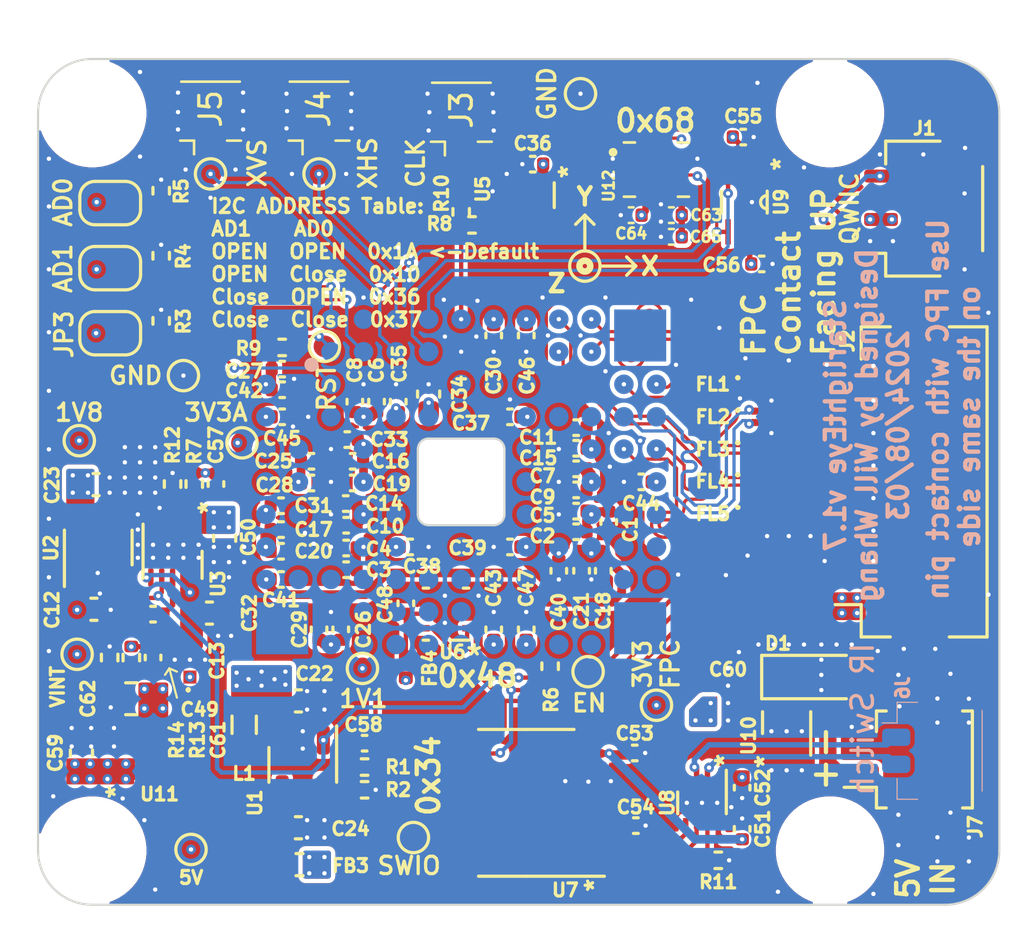
<source format=kicad_pcb>
(kicad_pcb (version 20240108) (generator "pcbnew") (generator_version "8.0")
  (layers (0 "F.Cu" signal) (1 "In1.Cu" signal) (2 "In2.Cu" signal) (31 "B.Cu" signal) (34 "B.Paste" user) (35 "F.Paste" user) (36 "B.SilkS" user "B.Silkscreen") (37 "F.SilkS" user "F.Silkscreen") (38 "B.Mask" user) (39 "F.Mask" user) (44 "Edge.Cuts" user))
  (net 0 "")
  (net 1 "GND")
  (net 2 "+1V1")
  (net 3 "+3.3VA")
  (net 4 "+1V8")
  (net 5 "Net-(C24-Pad1)")
  (net 6 "Net-(C31-Pad2)")
  (net 7 "Net-(C33-Pad2)")
  (net 8 "Net-(C34-Pad2)")
  (net 9 "Net-(C35-Pad2)")
  (net 10 "+3V3")
  (net 11 "SDA_3V3")
  (net 12 "SCL_3V3")
  (net 14 "CAM_EN")
  (net 15 "Net-(FL5-Pad3)")
  (net 16 "Net-(FL5-Pad2)")
  (net 17 "Net-(FL4-Pad3)")
  (net 18 "Net-(FL4-Pad2)")
  (net 19 "Net-(FL3-Pad3)")
  (net 20 "Net-(FL3-Pad2)")
  (net 21 "Net-(FL2-Pad3)")
  (net 22 "Net-(FL2-Pad2)")
  (net 23 "Net-(FL1-Pad3)")
  (net 24 "Net-(FL1-Pad2)")
  (net 25 "ADDR1")
  (net 26 "ADDR0")
  (net 27 "XMASTER")
  (net 28 "SCL_1V8")
  (net 29 "SDA_1V8")
  (net 30 "CLOCK")
  (net 31 "Net-(R8-Pad2)")
  (net 32 "RST_1V8")
  (net 33 "XHS")
  (net 34 "XVS")
  (net 45 "CAM_D2_N")
  (net 46 "CAM_D2_P")
  (net 49 "CAM_D0_N")
  (net 50 "CAM_D0_P")
  (net 53 "CAM_CLK_P")
  (net 54 "CAM_D1_P")
  (net 55 "CAM_D3_P")
  (net 59 "CAM_CLK_N")
  (net 60 "CAM_D1_N")
  (net 61 "CAM_D3_N")
  (net 65 "Net-(J3-Pad1)")
  (net 66 "+5V")
  (net 74 "NRST")
  (net 76 "SWIO")
  (net 78 "Net-(J6-Pad2)")
  (net 79 "Net-(C58-Pad1)")
  (net 80 "SLEEP")
  (net 83 "IN2")
  (net 84 "IN1")
  (net 85 "Net-(L1-Pad1)")
  (net 86 "Net-(C49-Pad1)")
  (net 88 "Net-(C60-Pad1)")
  (net 89 "Net-(D1-Pad2)")
  (net 90 "Net-(J6-Pad1)")
  (net 91 "Net-(C61-Pad2)")
  (net 93 "Net-(C12-Pad2)")
  (net 94 "Net-(C13-Pad3)")
  (net 95 "Net-(C48-Pad2)")
  (net 96 "Net-(C57-Pad1)")
  (footprint "footprints:NFM18CC101R1C3D" (layer "F.Cu") (at 131.1 113.1 90)
    (property "Reference" "C13")
    (property "Value" "C_Feedthrough" (hide yes))
  )
  (footprint "Capacitor_SMD:C_0402_1005Metric" (layer "F.Cu") (at 151.435 92.6 180)
    (property "Reference" "C64")
    (property "Value" "10nF")
  )
  (footprint "Capacitor_SMD:C_0402_1005Metric" (layer "F.Cu") (at 138.35 102.95)
    (property "Reference" "C33")
    (property "Value" "1uF")
  )
  (footprint "Capacitor_SMD:C_0402_1005Metric" (layer "F.Cu") (at 145.1 111.7 -90)
    (property "Reference" "C43")
    (property "Value" "10nF")
  )
  (footprint "Resistor_SMD:R_0402_1005Metric" (layer "F.Cu") (at 127.4 113 -90)
    (property "Reference" "R14")
    (property "Value" "2K")
  )
  (footprint "Capacitor_SMD:C_0402_1005Metric" (layer "F.Cu") (at 156.55 119 90)
    (property "Reference" "C52")
    (property "Value" "100nF")
  )
  (footprint "Capacitor_SMD:C_0402_1005Metric" (layer "F.Cu") (at 138.3 107.95)
    (property "Reference" "C4")
    (property "Value" "10nF")
  )
  (footprint "Resistor_SMD:R_0402_1005Metric" (layer "F.Cu") (at 130.3 105 -90)
    (property "Reference" "R12")
    (property "Value" "1.15K")
  )
  (footprint "Capacitor_SMD:C_0402_1005Metric" (layer "F.Cu") (at 136.7 103.95 180)
    (property "Reference" "C25")
    (property "Value" "10uF")
  )
  (footprint "Connector_Coaxial:U.FL_Hirose_U.FL-R-SMT-1_Vertical" (layer "F.Cu") (at 137.05 88.28 90)
    (property "Reference" "J4")
    (property "Value" "Conn_Coaxial")
  )
  (footprint "Capacitor_SMD:C_0402_1005Metric" (layer "F.Cu") (at 135.35 99.7 180)
    (property "Reference" "C27")
    (property "Value" "1uF")
  )
  (footprint "Capacitor_SMD:C_0402_1005Metric" (layer "F.Cu") (at 146.9 90.25 180)
    (property "Reference" "C36")
    (property "Value" "100nF")
  )
  (footprint "footprints:DLP11SA350HL2B" (layer "F.Cu") (at 157.9 100.4)
    (property "Reference" "FL1")
    (property "Value" "DLP11SN900HL2L" (hide yes))
  )
  (footprint "Capacitor_SMD:C_0603_1608Metric" (layer "F.Cu") (at 142.1 100.85 -90)
    (property "Reference" "C34")
    (property "Value" "4.7uF")
  )
  (footprint "Capacitor_SMD:C_0402_1005Metric" (layer "F.Cu") (at 129.4 113 -90)
    (property "Reference" "C61")
    (property "Value" "120pF")
  )
  (footprint "Capacitor_SMD:C_0402_1005Metric" (layer "F.Cu") (at 149.15 109 90)
    (property "Reference" "C21")
    (property "Value" "10nF")
  )
  (footprint "Capacitor_SMD:C_0402_1005Metric" (layer "F.Cu") (at 135.3 106 180)
    (property "Reference" "C31")
    (property "Value" "1uF")
  )
  (footprint "Capacitor_SMD:C_0402_1005Metric" (layer "F.Cu") (at 138.05 111.7 -90)
    (property "Reference" "C26")
    (property "Value" "10uF")
  )
  (footprint "Package_TO_SOT_SMD:SOT-23-5" (layer "F.Cu") (at 126.875 107.925 90)
    (property "Reference" "U2")
    (property "Value" "LP5907MFX-1.8")
  )
  (footprint "Capacitor_SMD:C_0402_1005Metric" (layer "F.Cu") (at 151.65 120.75)
    (property "Reference" "C54")
    (property "Value" "100nF")
  )
  (footprint "Inductor_SMD:L_0603_1608Metric" (layer "F.Cu") (at 136.15 122.55)
    (property "Reference" "FB3")
    (property "Value" "BLM18KG102SN1D")
  )
  (footprint "Resistor_SMD:R_0402_1005Metric" (layer "F.Cu") (at 129.775 97.475 -90)
    (property "Reference" "R3")
    (property "Value" "10K")
  )
  (footprint "Resistor_SMD:R_0402_1005Metric" (layer "F.Cu") (at 139.15 118.05 180)
    (property "Reference" "R1")
    (property "Value" "13.7K")
  )
  (footprint "Capacitor_SMD:C_0402_1005Metric" (layer "F.Cu") (at 146.6 111.7 -90)
    (property "Reference" "C47")
    (property "Value" "100nF")
  )
  (footprint "Capacitor_SMD:C_0402_1005Metric" (layer "F.Cu") (at 153.2875 93.6 180)
    (property "Reference" "C65")
    (property "Value" "2.2uF")
  )
  (footprint "footprints:DLP11SA350HL2B" (layer "F.Cu") (at 157.9 101.9)
    (property "Reference" "FL2")
    (property "Value" "DLP11SN900HL2L" (hide yes))
  )
  (footprint "Capacitor_SMD:C_0402_1005Metric" (layer "F.Cu") (at 153.2875 92.6 180)
    (property "Reference" "C63")
    (property "Value" "100n")
  )
  (footprint "Capacitor_SMD:C_0402_1005Metric" (layer "F.Cu") (at 156.6 89)
    (property "Reference" "C55")
    (property "Value" "100nF")
  )
  (footprint "Capacitor_SMD:C_0402_1005Metric" (layer "F.Cu") (at 148.9 105.27)
    (property "Reference" "C9")
    (property "Value" "100nF")
  )
  (footprint "TestPoint:TestPoint_Pad_D1.0mm" (layer "F.Cu") (at 126 103)
    (property "Reference" "TP2" (hide yes))
    (property "Value" "TestPoint")
  )
  (footprint "Package_TO_SOT_SMD:SOT-23-5" (layer "F.Cu") (at 136.3 117.95 -90)
    (property "Reference" "U1")
    (property "Value" "AP3418KTR-G1")
  )
  (footprint "Capacitor_SMD:C_0402_1005Metric" (layer "F.Cu") (at 135.3 108.1 180)
    (property "Reference" "C20")
    (property "Value" "100nF")
  )
  (footprint "Resistor_SMD:R_0402_1005Metric" (layer "F.Cu") (at 155.45 122.35)
    (property "Reference" "R11")
    (property "Value" "10K")
  )
  (footprint "Resistor_SMD:R_0402_1005Metric" (layer "F.Cu") (at 147.7 113.4 90)
    (property "Reference" "R6")
    (property "Value" "10K")
  )
  (footprint "Capacitor_SMD:C_0402_1005Metric" (layer "F.Cu") (at 137.05 111.7 -90)
    (property "Reference" "C29")
    (property "Value" "10nF")
  )
  (footprint "Resistor_SMD:R_0402_1005Metric" (layer "F.Cu") (at 129.775 91.475 90)
    (property "Reference" "R5")
    (property "Value" "10K")
  )
  (footprint "Resistor_SMD:R_0402_1005Metric" (layer "F.Cu") (at 135.35 98.7)
    (property "Reference" "R9")
    (property "Value" "10K")
  )
  (footprint "Resistor_SMD:R_0402_1005Metric" (layer "F.Cu") (at 139.15 119.1)
    (property "Reference" "R2")
    (property "Value" "16.5K")
  )
  (footprint "Capacitor_SMD:C_0603_1608Metric" (layer "F.Cu") (at 132.7 107.5 -90)
    (property "Reference" "C50")
    (property "Value" "10uF")
  )
  (footprint "Connector_Coaxial:U.FL_Hirose_U.FL-R-SMT-1_Vertical" (layer "F.Cu") (at 132.05 88.28 90)
    (property "Reference" "J5")
    (property "Value" "Conn_Coaxial")
  )
  (footprint "TestPoint:TestPoint_Pad_D1.0mm" (layer "F.Cu") (at 149.1 87 90)
    (property "Reference" "TP6" (hide yes))
    (property "Value" "TestPoint")
  )
  (footprint "Connector_Molex:Molex_PicoBlade_53261-0271_1x02-1MP_P1.25mm_Horizontal" (layer "F.Cu") (at 164.45 117.7 90)
    (property "Reference" "J7")
    (property "Value" "Conn_01x02_Shielded")
  )
  (footprint "Capacitor_SMD:C_0402_1005Metric" (layer "F.Cu") (at 139.7 101.2 -90)
    (property "Reference" "C6")
    (property "Value" "10uF")
  )
  (footprint "TestPoint:TestPoint_Pad_D1.0mm" (layer "F.Cu") (at 152.6 115.2)
    (property "Reference" "TP4" (hide yes))
    (property "Value" "TestPoint")
  )
  (footprint "MountingHole:MountingHole_2.2mm_M2" (layer "F.Cu") (at 126.6 121.9)
    (property "Reference" "H2" (hide yes))
    (property "Value" "MountingHole")
  )
  (footprint "footprints:NFM18CC101R1C3D" (layer "F.Cu") (at 155.9 115.1 180)
    (property "Reference" "C60")
    (property "Value" "C_Feedthrough" (hide yes))
  )
  (footprint "Diode_SMD:D_SOD-123" (layer "F.Cu") (at 159.7 113.9)
    (property "Reference" "D1")
    (property "Value" "MBR0540")
  )
  (footprint "Package_SO:TSSOP-20_4.4x6.5mm_P0.65mm" (layer "F.Cu") (at 146.6 119.7 180)
    (property "Reference" "U7")
    (property "Value" "STM8S003F3P")
  )
  (footprint "Capacitor_SMD:C_0402_1005Metric" (layer "F.Cu") (at 136.7 104.95 180)
    (property "Reference" "C28")
    (property "Value" "10nF")
  )
  (footprint "Capacitor_SMD:C_0402_1005Metric" (layer "F.Cu") (at 157.45 94.85)
    (property "Reference" "C56")
    (property "Value" "100nF")
  )
  (footprint "Inductor_SMD:L_0805_2012Metric" (layer "F.Cu") (at 133.6 116.1 90)
    (property "Reference" "L1")
    (property "Value" "DFE201210U-2R2M=P2")
  )
  (footprint "Capacitor_SMD:C_0402_1005Metric" (layer "F.Cu") (at 156.55 120.9 90)
    (property "Reference" "C51")
    (property "Value" "100nF")
  )
  (footprint "Capacitor_SMD:C_0402_1005Metric" (layer "F.Cu") (at 129.4 111 180)
    (property "Reference" "C49")
    (property "Value" "10nF")
  )
  (footprint "Package_SON:WSON-8-1EP_2x2mm_P0.5mm_EP0.9x1.6mm" (layer "F.Cu") (at 154.7 119.7 -90)
    (property "Reference" "U8")
    (property "Value" "DRV8837C")
  )
  (footprint "Oscillator:Oscillator_SMD_Abracon_ASDMB-4Pin_2.5x2.0mm" (layer "F.Cu") (at 146.54 92.25 180)
    (property "Reference" "U5")
    (property "Value" "ECS-2520MV-240-DN-TR")
  )
  (footprint "Capacitor_SMD:C_0603_1608Metric" (layer "F.Cu") (at 136.1 120.85)
    (property "Reference" "C24")
    (property "Value" "4.7uF")
  )
  (footprint "footprints:TMP117AIDRVR" (layer "F.Cu") (at 142.9 111 180)
    (property "Reference" "U6")
    (property "Value" "TMP117AIDRVR" (hide yes))
  )
  (footprint "Capacitor_SMD:C_0402_1005Metric" (layer "F.Cu") (at 148.9 106.25)
    (property "Reference" "C5")
    (property "Value" "10nF")
  )
  (footprint "Capacitor_SMD:C_0402_1005Metric" (layer "F.Cu") (at 150.15 109 90)
    (property "Reference" "C18")
    (property "Value" "1uF")
  )
  (footprint "Resistor_SMD:R_0402_1005Metric" (layer "F.Cu") (at 129.775 94.475 90)
    (property "Reference" "R4")
    (property "Value" "10K")
  )
  (footprint "Capacitor_SMD:C_0402_1005Metric" (layer "F.Cu") (at 138.7 101.2 -90)
    (property "Reference" "C8")
    (property "Value" "10nF")
  )
  (footprint "Capacitor_SMD:C_0402_1005Metric" (layer "F.Cu") (at 145.85 101.9)
    (property "Reference" "C37")
    (property "Value" "10nF")
  )
  (footprint "TestPoint:TestPoint_Pad_D1.0mm" (layer "F.Cu") (at 137.3 98.65 -90)
    (property "Reference" "TP10" (hide yes))
    (property "Value" "TestPoint")
  )
  (footprint "TestPoint:TestPoint_Pad_D1.0mm" (layer "F.Cu") (at 130.8 100 180)
    (property "Reference" "TP13" (hide yes))
    (property "Value" "TestPoint")
  )
  (footprint "Capacitor_SMD:C_0402_1005Metric" (layer "F.Cu") (at 138.3 106.9)
    (property "Reference" "C10")
    (property "Value" "10uF")
  )
  (footprint "Capacitor_SMD:C_0402_1005Metric" (layer "F.Cu") (at 148.9 103.35)
    (property "Reference" "C15")
    (property "Value" "100nF")
  )
  (footprint "Connector_FFC-FPC:Hirose_FH12-22S-0.5SH_1x22-1MP_P0.50mm_Horizontal" (layer "F.Cu") (at 163.3375 104.9 90)
    (property "Reference" "J2")
    (property "Value" "FH12A-22S-0.5SH(55)")
  )
  (footprint "TestPoint:TestPoint_Pad_D1.0mm" (layer "F.Cu") (at 125.9 112.85)
    (property "Reference" "TP_3V1" (hide yes))
    (property "Value" "TestPoint")
  )
  (footprint "Capacitor_SMD:C_0402_1005Metric" (layer "F.Cu") (at 151.6 117.4)
    (property "Reference" "C53")
    (property "Value" "100nF")
  )
  (footprint "Capacitor_SMD:C_0402_1005Metric" (layer "F.Cu") (at 150.4 106.75 90)
    (property "Reference" "C1")
    (property "Value" "10uF")
  )
  (footprint "Resistor_SMD:R_0402_1005Metric" (layer "F.Cu") (at 144.1 93.05)
    (property "Reference" "R8")
    (property "Value" "22R")
  )
  (footprint "Capacitor_SMD:C_0603_1608Metric" (layer "F.Cu") (at 126.1 117.4 -90)
    (property "Reference" "C59")
    (property "Value" "4.7uF")
  )
  (footprint "Inductor_SMD:L_0402_1005Metric" (layer "F.Cu") (at 141.05 113.45 90)
    (property "Reference" "FB4")
    (property "Value" "BLM18KG102SN1D")
  )
  (footprint "Capacitor_SMD:C_0402_1005Metric" (layer "F.Cu") (at 132.3 105 90)
    (property "Reference" "C57")
    (property "Value" "10nF")
  )
  (footprint "TestPoint:TestPoint_Pad_D1.0mm" (layer "F.Cu") (at 137.05 90.7 -90)
    (property "Reference" "TP11" (hide yes))
    (property "Value" "TestPoint")
  )
  (footprint "TestPoint:TestPoint_Pad_D1.0mm" (layer "F.Cu") (at 133.5 103.1)
    (property "Reference" "TP3" (hide yes))
    (property "Value" "TestPoint")
  )
  (footprint "Jumper:SolderJumper-2_P1.3mm_Open_RoundedPad1.0x1.5mm" (layer "F.Cu") (at 127.425 95.045)
    (property "Reference" "JP1" (hide yes))
    (property "Value" "SolderJumper_2_Open")
  )
  (footprint "TestPoint:TestPoint_Pad_D1.0mm" (layer "F.Cu") (at 131.15 121.85)
    (property "Reference" "TP14" (hide yes))
    (property "Value" "TestPoint")
  )
  (footprint "footprints:DLP11SA350HL2B" (layer "F.Cu") (at 157.9 106.375)
    (property "Reference" "FL5")
    (property "Value" "DLP11SN900HL2L" (hide yes))
  )
  (footprint "Capacitor_SMD:C_0402_1005Metric" (layer "F.Cu") (at 146.6 98.15 90)
    (property "Reference" "C46")
    (property "Value" "100nF")
  )
  (footprint "Capacitor_SMD:C_0402_1005Metric" (layer "F.Cu") (at 138.6 103.95)
    (property "Reference" "C16")
    (property "Value" "10uF")
  )
  (footprint "Capacitor_SMD:C_0402_1005Metric" (layer "F.Cu") (at 135.3 109.4 180)
    (property "Reference" "C41")
    (property "Value" "10nF")
  )
  (footprint "footprints:DLP11SA350HL2B" (layer "F.Cu") (at 157.9 103.4)
    (property "Reference" "FL3")
    (property "Value" "DLP11SN900HL2L" (hide yes))
  )
  (footprint "Package_SON:WSON-6-1EP_2x2mm_P0.65mm_EP1x1.6mm" (layer "F.Cu") (at 158.6 116.5 90)
    (property "Reference" "U10")
    (property "Value" "TVS0500DRV")
  )
  (footprint "Package_DFN_QFN:Texas_S-PDSO-N10_EP1.2x2mm" (layer "F.Cu") (at 130.3 108.1 -90)
    (property "Reference" "U3")
    (property "Value" "TPS7A90")
  )
  (footprint "Capacitor_SMD:C_0603_1608Metric" (layer "F.Cu") (at 132 110.95)
    (property "Reference" "C32")
    (property "Value" "10uF")
  )
  (footprint "MountingHole:MountingHole_2.2mm_M2" (layer "F.Cu") (at 126.6 87.9 180)
    (property "Reference" "H1" (hide yes))
    (property "Value" "MountingHole")
  )
  (footprint "MountingHole:MountingHole_2.2mm_M2" (layer "F.Cu") (at 160.6 121.9 90)
    (property "Reference" "H3" (hide yes))
    (property "Value" "MountingHole")
  )
  (footprint "Capacitor_SMD:C_0402_1005Metric" (layer "F.Cu") (at 148.9 104.3)
    (property "Reference" "C7")
    (property "Value" "1uF")
  )
  (footprint "Capacitor_SMD:C_0402_1005Metric" (layer "F.Cu") (at 139.15 116.95)
    (property "Reference" "C58")
    (property "Value" "100pF")
  )
  (footprint "footprints:TPSM82821SILR" (layer "F.Cu") (at 128.4 117.4 90)
    (property "Reference" "U11")
    (property "Value" "TPSM82821SILR" (hide yes))
  )
  (footprint "MountingHole:MountingHole_2.2mm_M2" (layer "F.Cu") (at 160.6 87.9 90)
    (property "Reference" "H4" (hide yes))
    (property "Value" "MountingHole")
  )
  (footprint "Resistor_SMD:R_0402_1005Metric" (layer "F.Cu") (at 143.6 92.45 90)
    (property "Reference" "R10")
    (property "Value" "22R")
  )
  (footprint "Capacitor_SMD:C_0402_1005Metric" (layer "F.Cu") (at 135.3 107.1 180)
    (property "Reference" "C17")
    (property "Value" "10uF")
  )
  (footprint "footprints:TCA9406DCUR" (layer "F.Cu") (at 156.65 92 -90)
    (property "Reference" "U9")
    (property "Value" "TCA9406DC" (hide yes))
  )
  (footprint "Capacitor_SMD:C_0603_1608Metric" (layer "F.Cu") (at 136.1 115 180)
    (property "Reference" "C22")
    (property "Value" "22uF")
  )
  (footprint "Connector_Coaxial:U.FL_Hirose_U.FL-R-SMT-1_Vertical" (layer "F.Cu") (at 143.61 88.33 90)
    (property "Reference" "J3")
    (property "Value" "Conn_Coaxial")
  )
  (footprint "Capacitor_SMD:C_0402_1005Metric" (layer "F.Cu") (at 151.9 104.9)
    (property "Reference" "C44")
    (property "Value" "100nF")
  )
  (footprint "Capacitor_SMD:C_0402_1005Metric" (layer "F.Cu") (at 145.85 107.9)
    (property "Reference" "C39")
    (property "Value" "10nF")
  )
  (footprint "Capacitor_SMD:C_0402_1005Metric" (layer "F.Cu") (at 135.35 100.65 180)
    (property "Reference" "C42")
    (property "Value" "10nF")
  )
  (footprint "Resistor_SMD:R_0402_1005Metric" (layer "F.Cu") (at 131.3 105 90)
    (property "Reference" "R7")
    (property "Value" "3.57K")
  )
  (footprint "TestPoint:TestPoint_Pad_D1.0mm" (layer "F.Cu") (at 139.05 113.5)
    (property "Reference" "TP1" (hide yes))
    (property "Value" "TestPoint")
  )
  (footprint "Capacitor_SMD:C_0603_1608Metric" (layer "F.Cu") (at 126.775 105.025)
    (property "Reference" "C23")
    (property "Value" "4.7uF")
  )
  (footprint "Capacitor_SMD:C_0402_1005Metric" (layer "F.Cu") (at 141.05 110.5 -90)
    (property "Reference" "C48")
    (property "Value" "100nF")
  )
  (footprint "Jumper:SolderJumper-2_P1.3mm_Open_RoundedPad1.0x1.5mm" (layer "F.Cu") (at 127.425 92.045)
    (property "Reference" "JP2" (hide yes))
    (property "Value" "SolderJumper_2_Open")
  )
  (footprint "Capacitor_SMD:C_0402_1005Metric" (layer "F.Cu") (at 140.7 101.2 -90)
    (property "Reference" "C35")
    (property "Value" "1uF")
  )
  (footprint "Capacitor_SMD:C_0402_1005Metric" (layer "F.Cu") (at 148.9 107.2)
    (property "Reference" "C2")
    (property "Value" "1uF")
  )
  (footprint "TestPoint:TestPoint_Pad_D1.0mm" (layer "F.Cu") (at 141.4 121.3)
    (property "Reference" "TP7" (hide yes))
    (property "Value" "TestPoint")
  )
  (footprint "Connector_JST:JST_SH_SM04B-SRSS-TB_1x04-1MP_P1.00mm_Horizontal" (layer "F.Cu") (at 164.95 92.3 90)
    (property "Reference" "J1")
    (property "Value" "Conn_01x04_Shielded")
  )
  (footprint "Capacitor_SMD:C_0402_1005Metric" (layer "F.Cu") (at 138.28 105.9)
    (property "Reference" "C14")
    (property "Value" "10nF")
  )
  (footprint "Capacitor_SMD:C_0402_1005Metric" (layer "F.Cu") (at 148.9 102.4)
    (property "Reference" "C11")
    (property "Value" "1uF")
  )
  (footprint "Capacitor_SMD:C_0402_1005Metric" (layer "F.Cu") (at 135.35 101.9 180)
    (property "Reference" "C45")
    (property "Value" "100nF")
  )
  (footprint "footprints:PQFN50P300X250X97-14N" (layer "F.Cu") (at 152.6 90.5)
    (property "Reference" "U12")
    (property "Value" "ICM-42688-P")
  )
  (footprint "TestPoint:TestPoint_Pad_D1.0mm" (layer "F.Cu") (at 132.05 90.7 -90)
    (property "Reference" "TP12" (hide yes))
    (property "Value" "TestPoint")
  )
  (footprint "Capacitor_SMD:C_0402_1005Metric" (layer "F.Cu") (at 138.6 104.95)
    (property "Reference" "C19")
    (property "Value" "10nF")
  )
  (footprint "TestPoint:TestPoint_Pad_D1.0mm" (layer "F.Cu") (at 149.45 113.65 -90)
    (property "Reference" "TP9" (hide yes))
    (property "Value" "TestPoint")
  )
  (footprint "Resistor_SMD:R_0402_1005Metric" (layer "F.Cu") (at 128.4 113 90)
    (property "Reference" "R13")
    (property "Value" "10K")
  )
  (footprint "Capacitor_SMD:C_0603_1608Metric" (layer "F.Cu") (at 126.675 110.775 180)
    (property "Reference" "C12")
    (property "Value" "4.7uF")
  )
  (footprint "Capacitor_SMD:C_0402_1005Metric" (layer "F.Cu") (at 148.1 109 90)
    (property "Reference" "C40")
    (property "Value" "10nF")
  )
  (footprint "Capacitor_SMD:C_0402_1005Metric" (layer "F.Cu") (at 141.25 107.9 180)
    (property "Reference" "C38")
    (property "Value" "10nF")
  )
  (footprint "Capacitor_SMD:C_0402_1005Metric" (layer "F.Cu") (at 145.1 98.15 90)
    (property "Reference" "C30")
    (property "Value" "10nF")
  )
  (footprint "Capacitor_SMD:C_0402_1005Metric" (layer "F.Cu") (at 138.3 108.95)
    (property "Reference" "C3")
    (property "Value" "10uF")
  )
  (footprint "Capacitor_SMD:C_0805_2012Metric" (layer "F.Cu") (at 128.4 114.9 180)
    (property "Reference" "C62")
    (property "Value" "22uF")
  )
  (footprint "footprints:DLP11SA350HL2B" (layer "F.Cu") (at 157.9 104.875)
    (property "Reference" "FL4")
    (property "Value" "DLP11SN900HL2L" (hide yes))
  )
  (footprint "Jumper:SolderJumper-2_P1.3mm_Open_RoundedPad1.0x1.5mm" (layer "F.Cu") (at 127.425 98.045)
    (property "Reference" "JP3" (hide yes))
    (property "Value" "SolderJumper_2_Open")
  )
  (footprint "Connector_Molex:Molex_PicoBlade_53398-0271_1x02-1MP_P1.25mm_Vertical" (layer "B.Cu") (at 164.9 117.3 -90)
    (property "Reference" "J6")
    (property "Value" "Conn_01x02_Shielded" (hide yes))
  )
  (footprint "IMX283:IMX283" (layer "B.Cu") (at 143.6 104.9 180)
    (property "Reference" "U4" (hide yes))
    (property "Value" "IMX585" (hide yes))
  )
  (gr_circle (center 149.3 94.95) (end 149.4 94.95) (stroke (width 0.3)) (fill none) (layer "F.SilkS"))
  (gr_line (start 149.3 92.6) (end 148.875736 93.024264) (stroke (width 0.15)) (layer "F.SilkS"))
  (gr_line (start 130.15 113.5) (end 129.95 113.8) (stroke (width 0.1)) (layer "F.SilkS"))
  (gr_line (start 130.5 114.85) (end 130.15 113.5) (stroke (width 0.1)) (layer "F.SilkS"))
  (gr_circle (center 149.3 94.95) (end 150 94.95) (stroke (width 0.15)) (fill none) (layer "F.SilkS"))
  (gr_line (start 151.65 94.95) (end 150 94.95) (stroke (width 0.15)) (layer "F.SilkS"))
  (gr_line (start 149.3 94.25) (end 149.3 92.6) (stroke (width 0.15)) (layer "F.SilkS"))
  (gr_line (start 149.3 92.6) (end 149.724264 93.024264) (stroke (width 0.15)) (layer "F.SilkS"))
  (gr_line (start 151.65 94.95) (end 151.225736 95.374264) (stroke (width 0.15)) (layer "F.SilkS"))
  (gr_line (start 130.15 113.5) (end 130.5 113.65) (stroke (width 0.1)) (layer "F.SilkS"))
  (gr_line (start 151.65 94.95) (end 151.225736 94.525736) (stroke (width 0.15)) (layer "F.SilkS"))
  (gr_line (start 165.9 85.4) (end 126.6 85.4) (stroke (width 0.1)) (layer "Edge.Cuts"))
  (gr_arc (start 124.1 87.9) (mid 124.832233 86.132233) (end 126.6 85.4) (stroke (width 0.1)) (layer "Edge.Cuts"))
  (gr_line (start 124.1 87.9) (end 124.1 121.9) (stroke (width 0.1)) (layer "Edge.Cuts"))
  (gr_arc (start 141.6 103.4) (mid 141.746447 103.046447) (end 142.1 102.9) (stroke (width 0.1)) (layer "Edge.Cuts"))
  (gr_line (start 168.4 121.9) (end 168.4 87.9) (stroke (width 0.1)) (layer "Edge.Cuts"))
  (gr_line (start 142.1 106.9) (end 145.1 106.9) (stroke (width 0.1)) (layer "Edge.Cuts"))
  (gr_arc (start 126.6 124.4) (mid 124.832233 123.667767) (end 124.1 121.9) (stroke (width 0.1)) (layer "Edge.Cuts"))
  (gr_line (start 141.6 106.4) (end 141.6 103.4) (stroke (width 0.1)) (layer "Edge.Cuts"))
  (gr_line (start 126.6 124.4) (end 165.9 124.4) (stroke (width 0.1)) (layer "Edge.Cuts"))
  (gr_arc (start 168.4 121.9) (mid 167.667767 123.667767) (end 165.9 124.4) (stroke (width 0.1)) (layer "Edge.Cuts"))
  (gr_arc (start 142.1 106.9) (mid 141.746447 106.753553) (end 141.6 106.4) (stroke (width 0.1)) (layer "Edge.Cuts"))
  (gr_line (start 145.1 102.9) (end 142.1 102.9) (stroke (width 0.1)) (layer "Edge.Cuts"))
  (gr_arc (start 165.9 85.4) (mid 167.667767 86.132233) (end 168.4 87.9) (stroke (width 0.1)) (layer "Edge.Cuts"))
  (gr_line (start 145.6 106.4) (end 145.6 103.4) (stroke (width 0.1)) (layer "Edge.Cuts"))
  (gr_arc (start 145.1 102.9) (mid 145.453553 103.046447) (end 145.6 103.4) (stroke (width 0.1)) (layer "Edge.Cuts"))
  (gr_arc (start 145.6 106.4) (mid 145.453553 106.753553) (end 145.1 106.9) (stroke (width 0.1)) (layer "Edge.Cuts"))
  (gr_text "IR Switch" (at 162.1 115.85 90) (layer "B.SilkS") (effects (font (size 1 1)) (justify mirror)))
  (gr_text "Use FPC with contact pin \non the same side" (at 166.3 101.9 90) (layer "B.SilkS") (effects (font (size 0.9 0.9) (thickness 0.2)) (justify mirror)))
  (gr_text "StarlightEye v1.7\nDesigned by Will Whang\n2024/08/03" (at 162.3 102.3 90) (layer "B.SilkS") (effects (font (size 0.9 0.9) (thickness 0.2)) (justify mirror)))
  (gr_text "3V3\nFPC" (at 152.6 113.3 90) (layer "F.SilkS") (effects (font (size 0.8 0.8))))
  (gr_text "*" (at 149.75 123.5 90) (layer "F.SilkS") (effects (font (size 0.8 0.8))))
  (gr_text "Z" (at 148 95.75 0) (layer "F.SilkS") (effects (font (size 0.8 0.8) (thickness 0.2))))
  (gr_text "5V" (at 131.15 123.15 0) (layer "F.SilkS") (effects (font (size 0.6 0.6))))
  (gr_text "XHS" (at 139.3 90.2 90) (layer "F.SilkS") (effects (font (size 0.8 0.8))))
  (gr_text "0x48" (at 144.35 113.85 0) (layer "F.SilkS") (effects (font (size 1 1) (thickness 0.2))))
  (gr_text "1V8" (at 126 101.7 0) (layer "F.SilkS") (effects (font (size 0.8 0.8))))
  (gr_text "3V3A" (at 132.3 101.7 0) (layer "F.SilkS") (effects (font (size 0.8 0.8))))
  (gr_text "CLK" (at 141.5 90.2 90) (layer "F.SilkS") (effects (font (size 0.8 0.8))))
  (gr_text "5V\nIN" (at 165 123.2 90) (layer "F.SilkS") (effects (font (size 1 1) (thickness 0.2))))
  (gr_text "*" (at 157.6 117.8 90) (layer "F.SilkS") (effects (font (size 0.8 0.8))))
  (gr_text "I2C ADDRESS Table:\nAD1    AD0\nOPEN  OPEN  0x1A <-Default\nOPEN  Close  0x10\nClose  OPEN  0x36\nClose  Close  0x37" (at 132 94.8 0) (layer "F.SilkS") (effects (font (size 0.65 0.65)) (justify left)))
  (gr_text "-" (at 160.5 116.9 270) (layer "F.SilkS") (effects (font (size 1.2 1.2) (thickness 0.2))))
  (gr_text "AD1" (at 125.25 95.05 90) (layer "F.SilkS") (effects (font (size 0.8 0.8))))
  (gr_text "*" (at 148.55 90.6 90) (layer "F.SilkS") (effects (font (size 0.8 0.8))))
  (gr_text "FPC \nContact\nFacing UP" (at 158.7 99.2 90) (layer "F.SilkS") (effects (font (size 1 1) (thickness 0.2)) (justify left)))
  (gr_text "X" (at 152.3 94.95 0) (layer "F.SilkS") (effects (font (size 0.8 0.8) (thickness 0.2))))
  (gr_text "JP3" (at 125.3 98.1 90) (layer "F.SilkS") (effects (font (size 0.8 0.8))))
  (gr_text "GND" (at 147.55 87 90) (layer "F.SilkS") (effects (font (size 0.8 0.8))))
  (gr_text "1V1" (at 139.1 114.9 0) (layer "F.SilkS") (effects (font (size 0.8 0.8))))
  (gr_text "SWIO" (at 141.2 122.6 0) (layer "F.SilkS") (effects (font (size 0.8 0.8))))
  (gr_text "EN" (at 149.5 115.1 0) (layer "F.SilkS") (effects (font (size 0.8 0.8))))
  (gr_text "AD0" (at 125.25 92 90) (layer "F.SilkS") (effects (font (size 0.8 0.8))))
  (gr_text "XVS" (at 134.2 90.2 90) (layer "F.SilkS") (effects (font (size 0.8 0.8))))
  (gr_text "*" (at 158.35 90.25 90) (layer "F.SilkS") (effects (font (size 0.8 0.8))))
  (gr_text "*" (at 127.7 119.2 90) (layer "F.SilkS") (effects (font (size 0.8 0.8))))
  (gr_text "+" (at 160.5 118.4 270) (layer "F.SilkS") (effects (font (size 1.2 1.2) (thickness 0.2))))
  (gr_text "0x34" (at 142.1 118.45 90) (layer "F.SilkS") (effects (font (size 1 1) (thickness 0.2))))
  (gr_text "GND" (at 128.6 100 0) (layer "F.SilkS") (effects (font (size 0.8 0.8))))
  (gr_text "*" (at 131.95 106.1 90) (layer "F.SilkS") (effects (font (size 0.8 0.8))))
  (gr_text "Y" (at 149.3 91.75 0) (layer "F.SilkS") (effects (font (size 0.8 0.8) (thickness 0.2))))
  (gr_text "0x68" (at 152.55 88.25 0) (layer "F.SilkS") (effects (font (size 1 1) (thickness 0.2))))
  (gr_text "QWIIC" (at 161.5 92.3 90) (layer "F.SilkS") (effects (font (size 0.8 0.8))))
  (gr_text "*" (at 155.75 117.75 90) (layer "F.SilkS") (effects (font (size 0.8 0.8))))
  (gr_text "VINT" (at 125 114.35 90) (layer "F.SilkS") (effects (font (size 0.6 0.6))))
  (gr_text "RST" (at 137.4 100.55 90) (layer "F.SilkS") (effects (font (size 0.8 0.8))))
  (segment (start 152.8075 92.6) (end 152.8075 92.11) (width 0.3) (layer "F.Cu") (net 1))
  (segment (start 150.5875 90) (end 150.8375 89.75) (width 0.3) (layer "F.Cu") (net 1))
  (segment (start 150.8375 89.75) (end 151.435 89.75) (width 0.3) (layer "F.Cu") (net 1))
  (segment (start 152.8075 92.11) (end 152.8175 92.1) (width 0.3) (layer "F.Cu") (net 1))
  (segment (start 153.1 91.415) (end 153.1 91.8175) (width 0.3) (layer "F.Cu") (net 1))
  (segment (start 151.435 90.25) (end 150.8375 90.25) (width 0.3) (layer "F.Cu") (net 1))
  (segment (start 151.435 90.75) (end 150.5875 90.75) (width 0.3) (layer "F.Cu") (net 1))
  (segment (start 152.6 91.415) (end 152.6 91.8825) (width 0.3) (layer "F.Cu") (net 1))
  (segment (start 154.2375 89.75) (end 154.4875 90) (width 0.3) (layer "F.Cu") (net 1))
  (segment (start 153.765 89.75) (end 154.2375 89.75) (width 0.3) (layer "F.Cu") (net 1))
  (segment (start 153.765 90.25) (end 154.2375 90.25) (width 0.3) (layer "F.Cu") (net 1))
  (segment (start 154.2375 90.25) (end 154.4875 90) (width 0.3) (layer "F.Cu") (net 1))
  (segment (start 153.1 91.8175) (end 152.8175 92.1) (width 0.3) (layer "F.Cu") (net 1))
  (segment (start 150.8375 90.25) (end 150.5875 90) (width 0.3) (layer "F.Cu") (net 1))
  (segment (start 152.6 91.8825) (end 152.8175 92.1) (width 0.3) (layer "F.Cu") (net 1))
  (via (at 136.5 114.55) (size 0.45) (drill 0.2) (layers "F.Cu" "B.Cu") (net 1))
  (via (at 126.95 110.05) (size 0.45) (drill 0.2) (layers "F.Cu" "B.Cu") (net 1))
  (via (at 137.3 121.3) (size 0.45) (drill 0.2) (layers "F.Cu" "B.Cu") (net 1))
  (via (at 145.1 88.7) (size 0.45) (drill 0.2) (layers "F.Cu" "B.Cu") (net 1))
  (via (at 154.2 96.5) (size 0.45) (drill 0.2) (layers "F.Cu" "B.Cu") (net 1))
  (via (at 135.575 87.805) (size 0.45) (drill 0.2) (layers "F.Cu" "B.Cu") (net 1))
  (via (at 165.55 122.4) (size 0.45) (drill 0.2) (layers "F.Cu" "B.Cu") (net 1))
  (via (at 124.8 119.4) (size 0.45) (drill 0.2) (layers "F.Cu" "B.Cu") (net 1))
  (via (at 137.6 107.9) (size 0.45) (drill 0.2) (layers "F.Cu" "B.Cu") (net 1))
  (via (at 142.85 111.4) (size 0.45) (drill 0.2) (layers "F.Cu" "B.Cu") (net 1))
  (via (at 158 112.4) (size 0.45) (drill 0.2) (layers "F.Cu" "B.Cu") (net 1))
  (via (at 129.775 93.965) (size 0.45) (drill 0.2) (layers "F.Cu" "B.Cu") (net 1))
  (via (at 127.6 117.1) (size 0.45) (drill 0.2) (layers "F.Cu" "B.Cu") (net 1))
  (via (at 153.6 109.175) (size 0.45) (drill 0.2) (layers "F.Cu" "B.Cu") (net 1))
  (via (at 143.6 98.9) (size 0.45) (drill 0.2) (layers "F.Cu" "B.Cu") (net 1))
  (via (at 129.5 105.4) (size 0.45) (drill 0.2) (layers "F.Cu" "B.Cu") (net 1))
  (via (at 162.6 107.15) (size 0.45) (drill 0.2) (layers "F.Cu" "B.Cu") (net 1))
  (via (at 145.1 107.9) (size 0.45) (drill 0.2) (layers "F.Cu" "B.Cu") (net 1))
  (via (at 128.8 86) (size 0.45) (drill 0.2) (layers "F.Cu" "B.Cu") (net 1))
  (via (at 127.4 105.4) (size 0.45) (drill 0.2) (layers "F.Cu" "B.Cu") (net 1))
  (via (at 137.6 104.9) (size 0.45) (drill 0.2) (layers "F.Cu" "B.Cu") (net 1))
  (via (at 162.45 93.8) (size 0.45) (drill 0.2) (layers "F.Cu" "B.Cu") (net 1))
  (via (at 151.85 103) (size 0.45) (drill 0.2) (layers "F.Cu" "B.Cu") (net 1))
  (via (at 148.1 104.9) (size 0.45) (drill 0.2) (layers "F.Cu" "B.Cu") (net 1))
  (via (at 125.65 116.25) (size 0.45) (drill 0.2) (layers "F.Cu" "B.Cu") (net 1))
  (via (at 152.8075 92.9) (size 0.45) (drill 0.2) (layers "F.Cu" "B.Cu") (net 1))
  (via (at 162.8 112.7) (size 0.45) (drill 0.2) (layers "F.Cu" "B.Cu") (net 1))
  (via (at 155.8 109.2) (size 0.45) (drill 0.2) (layers "F.Cu" "B.Cu") (net 1))
  (via (at 160.2 112.4) (size 0.45) (drill 0.2) (layers "F.Cu" "B.Cu") (net 1))
  (via (at 136.3 116.4) (size 0.45) (drill 0.2) (layers "F.Cu" "B.Cu") (net 1))
  (via (at 157.3 112.4) (size 0.45) (drill 0.2) (layers "F.Cu" "B.Cu") (net 1))
  (via (at 144.3 98.2) (size 0.45) (drill 0.2) (layers "F.Cu" "B.Cu") (net 1))
  (via (at 164.9 89.8) (size 0.45) (drill 0.2) (layers "F.Cu" "B.Cu") (net 1))
  (via (at 129.4 108.4) (size 0.45) (drill 0.2) (layers "F.Cu" "B.Cu") (net 1))
  (via (at 124.6 95.1) (size 0.45) (drill 0.2) (layers "F.Cu" "B.Cu") (net 1))
  (via (at 129.5 104.7) (size 0.45) (drill 0.2) (layers "F.Cu" "B.Cu") (net 1))
  (via (at 166.825 89.5) (size 0.45) (drill 0.2) (layers "F.Cu" "B.Cu") (net 1))
  (via (at 127.4 112.49) (size 0.45) (drill 0.2) (layers "F.Cu" "B.Cu") (net 1))
  (via (at 160.2 114.5) (size 0.45) (drill 0.2) (layers "F.Cu" "B.Cu") (net 1))
  (via (at 153.5 99.5) (size 0.45) (drill 0.2) (layers "F.Cu" "B.Cu") (net 1))
  (via (at 128.1 105.4) (size 0.45) (drill 0.2) (layers "F.Cu" "B.Cu") (net 1))
  (via (at 139.66 119.1) (size 0.45) (drill 0.2) (layers "F.Cu" "B.Cu") (net 1))
  (via (at 163.75 121.65) (size 0.45) (drill 0.2) (layers "F.Cu" "B.Cu") (net 1))
  (via (at 129.5 103.3) (size 0.45) (drill 0.2) (layers "F.Cu" "B.Cu") (net 1))
  (via (at 150.5 118.7) (size 0.45) (drill 0.2) (layers "F.Cu" "B.Cu") (net 1))
  (via (at 124.6 90) (size 0.45) (drill 0.2) (layers "F.Cu" "B.Cu") (net 1))
  (via (at 127.45 110.8) (size 0.45) (drill 0.2) (layers "F.Cu" "B.Cu") (net 1))
  (via (at 131.5 108.4) (size 0.45) (drill 0.2) (layers "F.Cu" "B.Cu") (net 1))
  (via (at 131.8 113.1) (size 0.45) (drill 0.2) (layers "F.Cu" "B.Cu") (net 1))
  (via (at 128 119.5) (size 0.45) (drill 0.2) (layers "F.Cu" "B.Cu") (net 1))
  (via (at 128.1 104) (size 0.45) (drill 0.2) (layers "F.Cu" "B.Cu") (net 1))
  (via (at 157 92) (size 0.45) (drill 0.2) (layers "F.Cu" "B.Cu") (net 1))
  (via (at 156.45 101.05) (size 0.45) (drill 0.2) (layers "F.Cu" "B.Cu") (net 1))
  (via (at 157.9 102.65) (size 0.45) (drill 0.2) (layers "F.Cu" "B.Cu") (net 1))
  (via (at 130.1 108.4) (size 0.45) (drill 0.2) (layers "F.Cu" "B.Cu") (net 1))
  (via (at 156.8 108.3) (size 0.45) (drill 0.2) (layers "F.Cu" "B.Cu") (net 1))
  (via (at 142.8 96.5) (size 0.45) (drill 0.2) (layers "F.Cu" "B.Cu") (net 1))
  (via (at 167 122.4) (size 0.45) (drill 0.2) (layers "F.Cu" "B.Cu") (net 1))
  (via (at 127.6 116.25) (size 0.45) (drill 0.2) (layers "F.Cu" "B.Cu") (net 1))
  (via (at 136.8 107.75) (size 0.45) (drill 0.2) (layers "F.Cu" "B.Cu") (net 1))
  (via (at 130.3 104.49) (size 0.45) (drill 0.2) (layers "F.Cu" "B.Cu") (net 1))
  (via (at 152.8075 92.1) (size 0.45) (drill 0.2) (layers "F.Cu" "B.Cu") (net 1))
  (via (at 144.35 96.55) (size 0.45) (drill 0.2) (layers "F.Cu" "B.Cu") (net 1))
  (via (at 145.085 87.855) (size 0.45) (drill 0.2) (layers "F.Cu" "B.Cu") (net 1))
  (via (at 163.75 120.25) (size 0.45) (drill 0.2) (layers "F.Cu" "B.Cu") (net 1))
  (via (at 132.9 109.3) (size 0.45) (drill 0.2) (layers "F.Cu" "B.Cu") (net 1))
  (via (at 132.2 107.9) (size 0.45) (drill 0.2) (layers "F.Cu" "B.Cu") (net 1))
  (via (at 136.55 101.9) (size 0.45) (drill 0.2) (layers "F.Cu" "B.Cu") (net 1))
  (via (at 163.5 93.8) (size 0.45) (drill 0.2) (layers "F.Cu" "B.Cu") (net 1))
  (via (at 146.6 110.9) (size 0.45) (drill 0.2) (layers "F.Cu" "B.Cu") (net 1))
  (via (at 159.4 112.4) (size 0.45) (drill 0.2) (layers "F.Cu" "B.Cu") (net 1))
  (via (at 149.1 98.15) (size 0.45) (drill 0.2) (layers "F.Cu" "B.Cu") (net 1))
  (via (at 124.6 103.4) (size 0.45) (drill 0.2) (layers "F.Cu" "B.Cu") (net 1))
  (via (at 156.7 99.2) (size 0.45) (drill 0.2) (layers "F.Cu" "B.Cu") (net 1))
  (via (at 145.1 98.9) (size 0.45) (drill 0.2) (layers "F.Cu" "B.Cu") (net 1))
  (via (at 142.1 88.7) (size 0.45) (drill 0.2) (layers "F.Cu" "B.Cu") (net 1))
  (via (at 137.3 115.4) (size 0.45) (drill 0.2) (layers "F.Cu" "B.Cu") (net 1))
  (via (at 128.8 104) (size 0.45) (drill 0.2) (layers "F.Cu" "B.Cu") (net 1))
  (via (at 136.4 107.25) (size 0.45) (drill 0.2) (layers "F.Cu" "B.Cu") (net 1))
  (via (at 156.05 119.9) (size 0.45) (drill 0.2) (layers "F.Cu" "B.Cu") (net 1))
  (via (at 130.55 87.85) (size 0.45) (drill 0.2) (layers "F.Cu" "B.Cu") (net 1))
  (via (at 159.3 118.2) (size 0.45) (drill 0.2) (layers "F.Cu" "B.Cu") (net 1))
  (via (at 133.6 107.9) (size 0.45) (drill 0.2) (layers "F.Cu" "B.Cu") (net 1))
  (via (at 155.9 113.5) (size 0.45) (drill 0.2) (layers "F.Cu" "B.Cu") (net 1))
  (via (at 145.7 90.7) (size 0.45) (drill 0.2) (layers "F.Cu" "B.Cu") (net 1))
  (via (at 167.9 97.1) (size 0.45) (drill 0.2) (layers "F.Cu" "B.Cu") (net 1))
  (via (at 145.05 91.5) (size 0.45) (drill 0.2) (layers "F.Cu" "B.Cu") (net 1))
  (via (at 124.6 116.8) (size 0.45) (drill 0.2) (layers "F.Cu" "B.Cu") (net 1))
  (via (at 148.4 118.7) (size 0.45) (drill 0.2) (layers "F.Cu" "B.Cu") (net 1))
  (via (at 140.6 100.4) (size 0.45) (drill 0.2) (layers "F.Cu" "B.Cu") (net 1))
  (via (at 136.5 115.4) (size 0.45) (drill 0.2) (layers "F.Cu" "B.Cu") (net 1))
  (via (at 135.55 88.6) (size 0.45) (drill 0.2) (layers "F.Cu" "B.Cu") (net 1))
  (via (at 135.55 87) (size 0.45) (drill 0.2) (layers "F.Cu" "B.Cu") (net 1))
  (via (at 162.6 104.15) (size 0.45) (drill 0.2) (layers "F.Cu" "B.Cu") (net 1))
  (via (at 167 121.3) (size 0.45) (drill 0.2) (layers "F.Cu" "B.Cu") (net 1))
  (via (at 159.3 116.4) (size 0.45) (drill 0.2) (layers "F.Cu" "B.Cu") (net 1))
  (via (at 156.55 120.42) (size 0.45) (drill 0.2) (layers "F.Cu" "B.Cu") (net 1))
  (via (at 137.3 120.5) (size 0.45) (drill 0.2) (layers "F.Cu" "B.Cu") (net 1))
  (via (at 137.3 114.55) (size 0.45) (drill 0.2) (layers "F.Cu" "B.Cu") (net 1))
  (via (at 152.1 120.75) (size 0.45) (drill 0.2) (layers "F.Cu" "B.Cu") (net 1))
  (via (at 158.2 123.8) (size 0.45) (drill 0.2) (layers "F.Cu" "B.Cu") (net 1))
  (via (at 142.1 100.4) (size 0.45) (drill 0.2) (layers "F.Cu" "B.Cu") (net 1))
  (via (at 162.6 123.9) (size 0.45) (drill 0.2) (layers "F.Cu" "B.Cu") (net 1))
  (via (at 130.4 113.1) (size 0.45) (drill 0.2) (layers "F.Cu" "B.Cu") (net 1))
  (via (at 132.2 109.3) (size 0.45) (drill 0.2) (layers "F.Cu" "B.Cu") (net 1))
  (via (at 166.15 120.15) (size 0.45) (drill 0.2) (layers "F.Cu" "B.Cu") (net 1))
  (via (at 166.8 91.6) (size 0.45) (drill 0.2) (layers "F.Cu" "B.Cu") (net 1))
  (via (at 131.5 107.8) (size 0.45) (drill 0.2) (layers "F.Cu" "B.Cu") (net 1))
  (via (at 146.6 98.9) (size 0.45) (drill 0.2) (layers "F.Cu" "B.Cu") (net 1))
  (via (at 127.4 104.7) (size 0.45) (drill 0.2) (layers "F.Cu" "B.Cu") (net 1))
  (via (at 162.6 108.55) (size 0.45) (drill 0.2) (layers "F.Cu" "B.Cu") (net 1))
  (via (at 124.6 100.7) (size 0.45) (drill 0.2) (layers "F.Cu" "B.Cu") (net 1))
  (via (at 139.1 100.4) (size 0.45) (drill 0.2) (layers "F.Cu" "B.Cu") (net 1))
  (via (at 157.255662 86.5) (size 0.45) (drill 0.2) (layers "F.Cu" "B.Cu") (net 1))
  (via (at 137.6 110.9) (size 0.45) (drill 0.2) (layers "F.Cu" "B.Cu") (net 1))
  (via (at 148.1 109.4) (size 0.45) (drill 0.2) (layers "F.Cu" "B.Cu") (net 1))
  (via (at 129.7 106.1) (size 0.45) (drill 0.2) (layers "F.Cu" "B.Cu") (net 1))
  (via (at 157.95 94.85) (size 0.45) (drill 0.2) (layers "F.Cu" "B.Cu") (net 1))
  (via (at 161.6 112.4) (size 0.45) (drill 0.2) (layers "F.Cu" "B.Cu") (net 1))
  (via (at 128.7 106.4) (size 0.45) (drill 0.2) (layers "F.Cu" "B.Cu") (net 1))
  (via (at 145.05 87) (size 0.45) (drill 0.2) (layers "F.Cu" "B.Cu") (net 1))
  (via (at 135.9 100.15) (size 0.45) (drill 0.2) (layers "F.Cu" "B.Cu") (net 1))
  (via (at 160.2 113.1) (size 0.45) (drill 0.2) (layers "F.Cu" "B.Cu") (net 1))
  (via (at 150.5875 90) (size 0.45) (drill 0.2) (layers "F.Cu" "B.Cu") (net 1))
  (via (at 155.9 114.3) (size 0.45) (drill 0.2) (layers "F.Cu" "B.Cu") (net 1))
  (via (at 162.6 102.65) (size 0.45) (drill 0.2) (layers "F.Cu" "B.Cu") (net 1))
  (via (at 124.6 106.6) (size 0.45) (drill 0.2) (layers "F.Cu" "B.Cu") (net 1))
  (via (at 142.85 98.2) (size 0.45) (drill 0.2) (layers "F.Cu" "B.Cu") (net 1))
  (via (at 145.85 101.1) (size 0.45) (drill 0.2) (layers "F.Cu" "B.Cu") (net 1))
  (via (at 154.4875 90) (size 0.45) (drill 0.2) (layers "F.Cu" "B.Cu") (net 1))
  (via (at 148.1 106.4) (size 0.45) (drill 0.2) (layers "F.Cu" "B.Cu") (net 1))
  (via (at 165.55 116) (size 0.45) (drill 0.2) (layers "F.Cu" "B.Cu") (net 1))
  (via (at 157.9 118.2) (size 0.45) (drill 0.2) (layers "F.Cu" "B.Cu") (net 1))
  (via (at 158.7 112.4) (size 0.45) (drill 0.2) (layers "F.Cu" "B.Cu") (net 1))
  (via (at 138.525 87.805) (size 0.45) (drill 0.2) (layers "F.Cu" "B.Cu") (net 1))
  (via (at 130.8 100) (size 0.45) (drill 0.2) (layers "F.Cu" "B.Cu") (net 1))
  (via (at 150.4 102.65) (size 0.45) (drill 0.2) (layers "F.Cu" "B.Cu") (net 1))
  (via (at 136.5 120.5) (size 0.45) (drill 0.2) (layers "F.Cu" "B.Cu") (net 1))
  (via (at 133.55 87.8) (size 0.45) (drill 0.2) (layers "F.Cu" "B.Cu") (net 1))
  (via (at 130.55 86.95) (size 0.45) (drill 0.2) (layers "F.Cu" "B.Cu") (net 1))
  (via (at 124.6 112.7) (size 0.45) (drill 0.2) (layers "F.Cu" "B.Cu") (net 1))
  (via (at 158.7 99.3) (size 0.45) (drill 0.2) (layers "F.Cu" "B.Cu") (net 1))
  (via (at 155.9 115.9) (size 0.45) (drill 0.2) (layers "F.Cu" "B.Cu") (net 1))
  (via (at 144.4 110.15) (size 0.45) (drill 0.2) (layers "F.Cu" "B.Cu") (net 1))
  (via (at 147.35 96.4) (size 0.45) (drill 0.2) (layers "F.Cu" "B.Cu") (net 1))
  (via (at 135.85 102.35) (size 0.45) (drill 0.2) (layers "F.Cu" "B.Cu") (net 1))
  (via (at 128.8 105.4) (size 0.45) (drill 0.2) (layers "F.Cu" "B.Cu") (net 1))
  (via (at 135.8 90.7) (size 0.45) (drill 0.2) (layers "F.Cu" "B.Cu") (net 1))
  (via (at 150.955 92.6) (size 0.45) (drill 0.2) (layers "F.Cu" "B.Cu") (net 1))
  (via (at 150.45 104.2) (size 0.45) (drill 0.2) (layers "F.Cu" "B.Cu") (net 1))
  (via (at 129 120.5) (size 0.45) (drill 0.2) (layers "F.Cu" "B.Cu") (net 1))
  (via (at 136.3 117.2) (size 0.45) (drill 0.2) (layers "F.Cu" "B.Cu") (net 1))
  (via (at 158.6 116.4) (size 0.45) (drill 0.2) (layers "F.Cu" "B.Cu") (net 1))
  (via (at 166.8 95.1) (size 0.45) (drill 0.2) (layers "F.Cu" "B.Cu") (net 1))
  (via (at 130.8 107.8) (size 0.45) (drill 0.2) (layers "F.Cu" "B.Cu") (net 1))
  (via (at 155.95 122.35) (size 0.45) (drill 0.2) (layers "F.Cu" "B.Cu") (net 1))
  (via (at 157.9 116.4) (size 0.45) (drill 0.2) (layers "F.Cu" "B.Cu") (net 1))
  (via (at 142.85 110.15) (size 0.45) (drill 0.2) (layers "F.Cu" "B.Cu") (net 1))
  (via (at 128.7 108.4) (size 0.45) (drill 0.2) (layers "F.Cu" "B.Cu") (net 1))
  (via (at 128.7 107.1) (size 0.45) (drill 0.2) (layers "F.Cu" "B.Cu") (net 1))
  (via (at 128.1 104.7) (size 0.45) (drill 0.2) (layers "F.Cu" "B.Cu") (net 1))
  (via (at 133.2 90.5) (size 0.45) (drill 0.2) (layers "F.Cu" "B.Cu") (net 1))
  (via (at 128.8 103.3) (size 0.45) (drill 0.2) (layers "F.Cu" "B.Cu") (net 1))
  (via (at 129.4 107.8) (size 0.45) (drill 0.2) (layers "F.Cu" "B.Cu") (net 1))
  (via (at 167 114.9) (size 0.45) (drill 0.2) (layers "F.Cu" "B.Cu") (net 1))
  (via (at 140.7 94.1) (size 0.45) (drill 0.2) (layers "F.Cu" "B.Cu") (net 1))
  (via (at 164 112.6) (size 0.45) (drill 0.2) (layers "F.Cu" "B.Cu") (net 1))
  (via (at 124.6 98) (size 0.45) (drill 0.2) (layers "F.Cu" "B.Cu") (net 1))
  (via (at 124.6 92.2) (size 0.45) (drill 0.2) (layers "F.Cu" "B.Cu") (net 1))
  (via (at 165.45 112.6) (size 0.45) (drill 0.2) (layers "F.Cu" "B.Cu") (net 1))
  (via (at 128.8 104.7) (size 0.45) (drill 0.2) (layers "F.Cu" "B.Cu") (net 1))
  (via (at 157.9 101.15) (size 0.45) (drill 0.2) (layers "F.Cu" "B.Cu") (net 1))
  (via (at 154 119.7) (size 0.45) (drill 0.2) (layers "F.Cu" "B.Cu") (net 1))
  (via (at 163.8 115.25) (size 0.45) (drill 0.2) (layers "F.Cu" "B.Cu") (net 1))
  (via (at 139.1 96.4) (size 0.45) (drill 0.2) (layers "F.Cu" "B.Cu") (net 1))
  (via (at 126.55 116.25) (size 0.45) (drill 0.2) (layers "F.Cu" "B.Cu") (net 1))
  (via (at 160.9 112.4) (size 0.45) (drill 0.2) (layers "F.Cu" "B.Cu") (net 1))
  (via (at 132.05 91.8) (size 0.45) (drill 0.2) (layers "F.Cu" "B.Cu") (net 1))
  (via (at 160.2 113.8) (size 0.45) (drill 0.2) (layers "F.Cu" "B.Cu") (net 1))
  (via (at 132.9 108.6) (size 0.45) (drill 0.2) (layers "F.Cu" "B.Cu") (net 1))
  (via (at 130.8 108.4) (size 0.45) (drill 0.2) (layers "F.Cu" "B.Cu") (net 1))
  (via (at 160.45 99.5) (size 0.45) (drill 0.2) (layers "F.Cu" "B.Cu") (net 1))
  (via (at 133 112) (size 0.45) (drill 0.2) (layers "F.Cu" "B.Cu") (net 1))
  (via (at 156.55 119.48) (size 0.45) (drill 0.2) (layers "F.Cu" "B.Cu") (net 1))
  (via (at 150.5875 90.75) (size 0.45) (drill 0.2) (layers "F.Cu" "B.Cu") (net 1))
  (via (at 129.775 90.965) (size 0.45) (drill 0.2) (layers "F.Cu" "B.Cu") (net 1))
  (via (at 161.6 116.2) (size 0.45) (drill 0.2) (layers "F.Cu" "B.Cu") (net 1))
  (via (at 128.7 107.8) (size 0.45) (drill 0.2) (layers "F.Cu" "B.Cu") (net 1))
  (via (at 162.6 101.15) (size 0.45) (drill 0.2) (layers "F.Cu" "B.Cu") (net 1))
  (via (at 126.55 117.1) (size 0.45) (drill 0.2) (layers "F.Cu" "B.Cu") (net 1))
  (via (at 138.55 88.6) (size 0.45) (drill 0.2) (layers "F.Cu" "B.Cu") (net 1))
  (via (at 159.7 107.4) (size 0.45) (drill 0.2) (layers "F.Cu" "B.Cu") (net 1))
  (via (at 146.42 90.25) (size 0.45) (drill 0.2) (layers "F.Cu" "B.Cu") (net 1))
  (via (at 155.9 115.1) (size 0.45) (drill 0.2) (layers "F.Cu" "B.Cu") (net 1))
  (via (at 128.1 103.3) (size 0.45) (drill 0.2) (layers "F.Cu" "B.Cu") (net 1))
  (via (at 133.55 86.95) (size 0.45) (drill 0.2) (layers "F.Cu" "B.Cu") (net 1))
  (via (at 158.6 118.2) (size 0.45) (drill 0.2) (layers "F.Cu" "B.Cu") (net 1))
  (via (at 150.25 99.8) (size 0.45) (drill 0.2) (layers "F.Cu" "B.Cu") (net 1))
  (via (at 154.7 119.7) (size 0.45) (drill 0.2) (layers "F.Cu" "B.Cu") (net 1))
  (via (at 133.6 108.6) (size 0.45) (drill 0.2) (layers "F.Cu" "B.Cu") (net 1))
  (via (at 159.4 90.4) (size 0.45) (drill 0.2) (layers "F.Cu" "B.Cu") (net 1))
  (via (at 145.1 110.9) (size 0.45) (drill 0.2) (layers "F.Cu" "B.Cu") (net 1))
  (via (at 132.9 107.9) (size 0.45) (drill 0.2) (layers "F.Cu" "B.Cu") (net 1))
  (via (at 142.1 107.9) (size 0.45) (drill 0.2) (layers "F.Cu" "B.Cu") (net 1))
  (via (at 132.4 112) (size 0.45) (drill 0.2) (layers "F.Cu" "B.Cu") (net 1))
  (via (at 165.549568 114.890809) (size 0.45) (drill 0.2) (layers "F.Cu" "B.Cu") (net 1))
  (via (at 155.5 97.8) (size 0.45) (drill 0.2) (layers "F.Cu" "B.Cu") (net 1))
  (via (at 137.6 106.4) (size 0.45) (drill 0.2) (layers "F.Cu" "B.Cu") (net 1))
  (via (at 129.5 104) (size 0.45) (drill 0.2) (layers "F.Cu" "B.Cu") (net 1))
  (via (at 155.4 119.7) (size 0.45) (drill 0.2) (layers "F.Cu" "B.Cu") (net 1))
  (via (at 162.6 99.55) (size 0.45) (drill 0.2) (layers "F.Cu" "B.Cu") (net 1))
  (via (at 125.65 117.1) (size 0.45) (drill 0.2) (layers "F.Cu" "B.Cu") (net 1))
  (via (at 137.600637 103.387082) (size 0.45) (drill 0.2) (layers "F.Cu" "B.Cu") (net 1))
  (via (at 147.6 98.15) (size 0.45) (drill 0.2) (layers "F.Cu" "B.Cu") (net 1))
  (via (at 150.25 96.4) (size 0.45) (drill 0.2) (layers "F.Cu" "B.Cu") (net 1))
  (via (at 157.7 107.4) (size 0.45) (drill 0.2) (layers "F.Cu" "B.Cu") (net 1))
  (via (at 131.1 113.1) (size 0.45) (drill 0.2) (layers "F.Cu" "B.Cu") (net 1))
  (via (at 141.2 95.6) (size 0.45) (drill 0.2) (layers "F.Cu" "B.Cu") (net 1))
  (via (at 142.135 87.855) (size 0.45) (drill 0.2) (layers "F.Cu" "B.Cu") (net 1))
  (via (at 167.9 110.1) (size 0.45) (drill 0.2) (layers "F.Cu" "B.Cu") (net 1))
  (via (at 152.08 117.4) (size 0.45) (drill 0.2) (layers "F.Cu" "B.Cu") (net 1))
  (via (at 132.2 108.6) (size 0.45) (drill 0.2) (layers "F.Cu" "B.Cu") (net 1))
  (via (at 163.75 113.8) (size 0.45) (drill 0.2) (layers "F.Cu" "B.Cu") (net 1))
  (via (at 158.7 107.4) (size 0.45) (drill 0.2) (layers "F.Cu" "B.Cu") (net 1))
  (via (at 136.5 121.3) (size 0.45) (drill 0.2) (layers "F.Cu" "B.Cu") (net 1))
  (via (at 151.1 104.9) (size 0.45) (drill 0.2) (layers "F.Cu" "B.Cu") (net 1))
  (via (at 165.549568 121.290809) (size 0.45) (drill 0.2) (layers "F.Cu" "B.Cu") (net 1))
  (via (at 133.55 88.65) (size 0.45) (drill 0.2) (layers "F.Cu" "B.Cu") (net 1))
  (via (at 126.85 109.1) (size 0.45) (drill 0.2) (layers "F.Cu" "B.Cu") (net 1))
  (via (at 130.9 90.5) (size 0.45) (drill 0.2) (layers "F.Cu" "B.Cu") (net 1))
  (via (at 156.4 112.75) (size 0.45) (drill 0.2) (layers "F.Cu" "B.Cu") (net 1))
  (via (at 166.15 113.75) (size 0.45) (drill 0.2) (layers "F.Cu" "B.Cu") (net 1))
  (via (at 149.6 109.4) (size 0.45) (drill 0.2) (layers "F.Cu" "B.Cu") (net 1))
  (via (at 157.08 89) (size 0.45) (drill 0.2) (layers "F.Cu" "B.Cu") (net 1))
  (via (at 152.8075 93.6) (size 0.45) (drill 0.2) (layers "F.Cu" "B.Cu") (net 1))
  (via (at 130.1 107.8) (size 0.45) (drill 0.2) (layers "F.Cu" "B.Cu") (net 1))
  (via (at 148.100637 103.387082) (size 0.45) (drill 0.2) (layers "F.Cu" "B.Cu") (net 1))
  (via (at 160.35 108.55) (size 0.45) (drill 0.2) (layers "F.Cu" "B.Cu") (net 1))
  (via (at 129.5 123.7) (size 0.45) (drill 0.2) (layers "F.Cu" "B.Cu") (net 1))
  (via (at 129.775 96.965) (size 0.45) (drill 0.2) (layers "F.Cu" "B.Cu") (net 1))
  (via (at 124.6 109.3) (size 0.45) (drill 0.2) (layers "F.Cu" "B.Cu") (net 1))
  (via (at 138.55 87) (size 0.45) (drill 0.2) (layers "F.Cu" "B.Cu") (net 1))
  (via (at 138.3 90.7) (size 0.45) (drill 0.2) (layers "F.Cu" "B.Cu") (net 1))
  (via (at 128.8 89.9) (size 0.45) (drill 0.2) (layers "F.Cu" "B.Cu") (net 1))
  (via (at 142.05 87) (size 0.45) (drill 0.2) (layers "F.Cu" "B.Cu") (net 1))
  (via (at 149.1 87) (size 0.45) (drill 0.2) (layers "F.Cu" "B.Cu") (net 1))
  (via (at 127.45 115.3) (size 0.45) (drill 0.2) (layers "F.Cu" "B.Cu") (net 1))
  (via (at 130.55 88.65) (size 0.45) (drill 0.2) (layers "F.Cu" "B.Cu") (net 1))
  (via (at 162.6 105.65) (size 0.45) (drill 0.2) (layers "F.Cu" "B.Cu") (net 1))
  (via (at 167 116) (size 0.45) (drill 0.2) (layers "F.Cu" "B.Cu") (net 1))
  (via (at 162.5 116.2) (size 0.45) (drill 0.2) (layers "F.Cu" "B.Cu") (net 1))
  (via (at 149.4625 118.725) (size 0.45) (drill 0.2) (layers "F.Cu" "B.Cu") (net 1))
  (via (at 162.9 89.8) (size 0.45) (drill 0.2) (layers "F.Cu" "B.Cu") (net 1))
  (segment (start 146.6 112.4) (end 146.6 112.18) (width 0.4) (layer "F.Cu") (net 2))
  (segment (start 134.6 107.9) (end 134.6 107.32) (width 0.5) (layer "F.Cu") (net 2))
  (segment (start 149.6 105.05) (end 149.38 105.27) (width 0.4) (layer "F.Cu") (net 2))
  (segment (start 137.6 112.4) (end 137.27 112.4) (width 0.4) (layer "F.Cu") (net 2))
  (segment (start 149.38 106.72) (end 149.83 106.27) (width 0.4) (layer "F.Cu") (net 2))
  (segment (start 134.6 107.9) (end 134.65 107.95) (width 0.4) (layer "F.Cu") (net 2))
  (segment (start 137.27 112.4) (end 137.05 112.18) (width 0.4) (layer "F.Cu") (net 2))
  (segment (start 139.65 114.1) (end 139.65 118.04) (width 0.2) (layer "F.Cu") (net 2))
  (segment (start 139.65 118.04) (end 139.66 118.05) (width 0.2) (layer "F.Cu") (net 2))
  (segment (start 139.05 113.5) (end 139.65 114.1) (width 0.2) (layer "F.Cu") (net 2))
  (segment (start 138.05 112.18) (end 137.05 112.18) (width 0.4) (layer "F.Cu") (net 2))
  (segment (start 137.83 112.4) (end 138.05 112.18) (width 0.4) (layer "F.Cu") (net 2))
  (segment (start 137.6 112.4) (end 137.83 112.4) (width 0.4) (layer "F.Cu") (net 2))
  (segment (start 149.83 106.27) (end 149.4 106.27) (width 0.4) (layer "F.Cu") (net 2))
  (segment (start 145.1 112.18) (end 145.1 112.4) (width 0.4) (layer "F.Cu") (net 2))
  (segment (start 134.6 107.32) (end 134.82 107.1) (width 0.5) (layer "F.Cu") (net 2))
  (segment (start 149.4 106.27) (end 149.38 106.25) (width 0.4) (layer "F.Cu") (net 2))
  (segment (start 134.82 107.1) (end 134.82 108.1) (width 0.5) (layer "F.Cu") (net 2))
  (segment (start 149.6 104.52) (end 149.38 104.3) (width 0.4) (layer "F.Cu") (net 2))
  (segment (start 149.38 102.4) (end 149.38 103.35) (width 0.4) (layer "F.Cu") (net 2))
  (segment (start 149.43 103.4) (end 149.38 103.35) (width 0.4) (layer "F.Cu") (net 2))
  (segment (start 149.38 104.3) (end 149.38 105.27) (width 0.4) (layer "F.Cu") (net 2))
  (segment (start 134.65 107.95) (end 134.82 107.95) (width 0.4) (layer "F.Cu") (net 2))
  (segment (start 149.6 104.9) (end 149.6 105.05) (width 0.4) (layer "F.Cu") (net 2))
  (segment (start 149.38 107.2) (end 149.38 106.72) (width 0.4) (layer "F.Cu") (net 2))
  (segment (start 149.6 103.4) (end 149.43 103.4) (width 0.4) (layer "F.Cu") (net 2))
  (segment (start 149.38 106.72) (end 149.38 106.25) (width 0.4) (layer "F.Cu") (net 2))
  (segment (start 149.6 104.9) (end 149.6 104.52) (width 0.4) (layer "F.Cu") (net 2))
  (segment (start 150.4 106.27) (end 149.83 106.27) (width 0.4) (layer "F.Cu") (net 2))
  (via (at 135.5 114.25) (size 0.45) (drill 0.2) (layers "F.Cu" "B.Cu") (net 2))
  (via (at 134.4 114.3) (size 0.45) (drill 0.2) (layers "F.Cu" "B.Cu") (net 2))
  (via (at 149.6 103.4) (size 0.45) (drill 0.2) (layers "F.Cu" "B.Cu") (net 2))
  (via (at 149.6 104.9) (size 0.45) (drill 0.2) (layers "F.Cu" "B.Cu") (net 2))
  (via (at 133.8 114) (size 0.45) (drill 0.2) (layers "F.Cu" "B.Cu") (net 2))
  (via (at 134.6 101.9) (size 0.45) (drill 0.2) (layers "F.Cu" "B.Cu") (net 2))
  (via (at 137.6 112.4) (size 0.45) (drill 0.2) (layers "F.Cu" "B.Cu") (net 2))
  (via (at 152.6 104.9) (size 0.45) (drill 0.2) (layers "F.Cu" "B.Cu") (net 2))
  (via (at 133.25 114.3) (size 0.45) (drill 0.2) (layers "F.Cu" "B.Cu") (net 2))
  (via (at 146.6 97.4) (size 0.45) (drill 0.2) (layers "F.Cu" "B.Cu") (net 2))
  (via (at 145.1 112.4) (size 0.45) (drill 0.2) (layers "F.Cu" "B.Cu") (net 2))
  (via (at 134.4 113.65) (size 0.45) (drill 0.2) (layers "F.Cu" "B.Cu") (net 2))
  (via (at 149.6 106.4) (size 0.45) (drill 0.2) (layers "F.Cu" "B.Cu") (net 2))
  (via (at 146.6 112.4) (size 0.45) (drill 0.2) (layers "F.Cu" "B.Cu") (net 2))
  (via (at 133.25 113.7) (size 0.45) (drill 0.2) (layers "F.Cu" "B.Cu") (net 2))
  (via (at 135.5 113.65) (size 0.45) (drill 0.2) (layers "F.Cu" "B.Cu") (net 2))
  (via (at 135 114) (size 0.45) (drill 0.2) (layers "F.Cu" "B.Cu") (net 2))
  (via (at 134.6 107.9) (size 0.45) (drill 0.2) (layers "F.Cu" "B.Cu") (net 2))
  (via (at 139.05 113.5) (size 0.45) (drill 0.2) (layers "F.Cu" "B.Cu") (net 2))
  (segment (start 136.1 104.9) (end 136.22 104.78) (width 0.4) (layer "F.Cu") (net 3))
  (segment (start 138.92 101.9) (end 138.7 101.68) (width 0.4) (layer "F.Cu") (net 3))
  (segment (start 139.1 106.58) (end 138.78 106.9) (width 0.4) (layer "F.Cu") (net 3))
  (segment (start 139.1 103.97) (end 139.08 103.95) (width 0.4) (layer "F.Cu") (net 3))
  (segment (start 131.3 104.49) (end 132.27 104.49) (width 0.4) (layer "F.Cu") (net 3))
  (segment (start 139.1 106.24) (end 138.76 105.9) (width 0.4) (layer "F.Cu") (net 3))
  (segment (start 138.78 105.92) (end 138.76 105.9) (width 0.4) (layer "F.Cu") (net 3))
  (segment (start 132.27 104.49) (end 132.3 104.52) (width 0.4) (layer "F.Cu") (net 3))
  (segment (start 139.1 101.9) (end 138.92 101.9) (width 0.4) (layer "F.Cu") (net 3))
  (segment (start 139.48 101.9) (end 139.7 101.68) (width 0.4) (layer "F.Cu") (net 3))
  (segment (start 139.1 106.4) (end 139.1 106.58) (width 0.4) (layer "F.Cu") (net 3))
  (segment (start 138.78 106.9) (end 138.78 105.92) (width 0.4) (layer "F.Cu") (net 3))
  (segment (start 139.1 101.9) (end 139.48 101.9) (width 0.4) (layer "F.Cu") (net 3))
  (segment (start 139.7 101.68) (end 138.7 101.68) (width 0.4) (layer "F.Cu") (net 3))
  (segment (start 139.1 104.9) (end 139.1 103.97) (width 0.4) (layer "F.Cu") (net 3))
  (segment (start 138.78 108.95) (end 138.78 107.95) (width 0.4) (layer "F.Cu") (net 3))
  (segment (start 139.1 106.4) (end 139.1 106.24) (width 0.4) (layer "F.Cu") (net 3))
  (segment (start 136.22 104.78) (end 136.22 103.95) (width 0.4) (layer "F.Cu") (net 3))
  (via (at 132.9 107) (size 0.45) (drill 0.2) (layers "F.Cu" "B.Cu") (net 3))
  (via (at 139.1 106.4) (size 0.45) (drill 0.2) (layers "F.Cu" "B.Cu") (net 3))
  (via (at 132.9 106.3) (size 0.45) (drill 0.2) (layers "F.Cu" "B.Cu") (net 3))
  (via (at 132.2 106.3) (size 0.45) (drill 0.2) (layers "F.Cu" "B.Cu") (net 3))
  (via (at 139.1 107.9) (size 0.45) (drill 0.2) (layers "F.Cu" "B.Cu") (net 3))
  (via (at 139.1 104.9) (size 0.45) (drill 0.2) (layers "F.Cu" "B.Cu") (net 3))
  (via (at 132.2 107) (size 0.45) (drill 0.2) (layers "F.Cu" "B.Cu") (net 3))
  (via (at 146.65 101.9) (size 0.45) (drill 0.2) (layers "F.Cu" "B.Cu") (net 3))
  (via (at 136.1 104.9) (size 0.45) (drill 0.2) (layers "F.Cu" "B.Cu") (net 3))
  (via (at 140.6 107.9) (size 0.45) (drill 0.2) (layers "F.Cu" "B.Cu") (net 3))
  (via (at 131.81 104.49) (size 0.45) (drill 0.2) (layers "F.Cu" "B.Cu") (net 3))
  (via (at 133.3 103.1) (size 0.45) (drill 0.2) (layers "F.Cu" "B.Cu") (net 3))
  (via (at 139.1 101.9) (size 0.45) (drill 0.2) (layers "F.Cu" "B.Cu") (net 3))
  (via (at 148.1 108.2) (size 0.45) (drill 0.2) (layers "F.Cu" "B.Cu") (net 3))
  (via (at 146.6 107.9) (size 0.45) (drill 0.2) (layers "F.Cu" "B.Cu") (net 3))
  (segment (start 147.6 110.45) (end 150.55 110.45) (width 0.4) (layer "F.Cu") (net 4))
  (segment (start 150.55 110.45) (end 151 110) (width 0.4) (layer "F.Cu") (net 4))
  (segment (start 147.38 90.25) (end 147.365 90.265) (width 0.5) (layer "F.Cu") (net 4))
  (segment (start 152.1 91.415) (end 152.1 92.415) (width 0.3) (layer "F.Cu") (net 4))
  (segment (start 149.58 108.52) (end 149.6 108.5) (width 0.4) (layer "F.Cu") (net 4))
  (segment (start 134.62 109.57) (end 135.15 110.1) (width 0.4) (layer "F.Cu") (net 4))
  (segment (start 151 110) (end 151 109.125) (width 0.4) (layer "F.Cu") (net 4))
  (segment (start 156.4 90.6284) (end 156.4 93.3716) (width 0.15) (layer "F.Cu") (net 4))
  (segment (start 134.62 109.4) (end 134.62 109.57) (width 0.4) (layer "F.Cu") (net 4))
  (segment (start 135.15 110.1) (end 139.2 110.1) (width 0.4) (layer "F.Cu") (net 4))
  (segment (start 151 109.125) (end 150.395 108.52) (width 0.4) (layer "F.Cu") (net 4))
  (segment (start 153.1 89.2) (end 153.1 89.585) (width 0.15) (layer "F.Cu") (net 4))
  (segment (start 149.6 108.5) (end 149.6 108.2) (width 0.4) (layer "F.Cu") (net 4))
  (segment (start 149.92 108.52) (end 150.15 108.52) (width 0.4) (layer "F.Cu") (net 4))
  (segment (start 134.84 98.7) (end 134.87 98.73) (width 0.4) (layer "F.Cu") (net 4))
  (segment (start 146.25 109.1) (end 147.6 110.45) (width 0.4) (layer "F.Cu") (net 4))
  (segment (start 150.395 108.52) (end 150.15 108.52) (width 0.4) (layer "F.Cu") (net 4))
  (segment (start 147.365 90.265) (end 147.365 93.025) (width 0.5) (layer "F.Cu") (net 4))
  (segment (start 149.6 108.2) (end 149.92 108.52) (width 0.4) (layer "F.Cu") (net 4))
  (segment (start 153.765 91.25) (end 153.765 93.5975) (width 0.3) (layer "F.Cu") (net 4))
  (segment (start 156.4 89.28) (end 156.12 89) (width 0.25) (layer "F.Cu") (net 4))
  (segment (start 153.25 89.05) (end 153.1 89.2) (width 0.15) (layer "F.Cu") (net 4))
  (segment (start 153.7 89.05) (end 153.25 89.05) (width 0.15) (layer "F.Cu") (net 4))
  (segment (start 149.28 108.52) (end 149.6 108.2) (width 0.4) (layer "F.Cu") (net 4))
  (segment (start 150.15 108.52) (end 149.58 108.52) (width 0.4) (layer "F.Cu") (net 4))
  (segment (start 152.1 92.415) (end 151.915 92.6) (width 0.3) (layer "F.Cu") (net 4))
  (segment (start 149.15 108.52) (end 149.28 108.52) (width 0.4) (layer "F.Cu") (net 4))
  (segment (start 139.2 110.1) (end 140.2 109.1) (width 0.4) (layer "F.Cu") (net 4))
  (segment (start 140.2 109.1) (end 146.25 109.1) (width 0.4) (layer "F.Cu") (net 4))
  (segment (start 156.4 90.6284) (end 156.4 89.28) (width 0.25) (layer "F.Cu") (net 4))
  (segment (start 149.58 108.52) (end 149.15 108.52) (width 0.4) (layer "F.Cu") (net 4))
  (segment (start 134.87 98.73) (end 134.87 100.4) (width 0.4) (layer "F.Cu") (net 4))
  (segment (start 153.75 89.1) (end 153.7 89.05) (width 0.15) (layer "F.Cu") (net 4))
  (via (at 134.62 109.4) (size 0.45) (drill 0.2) (layers "F.Cu" "B.Cu") (net 4))
  (via (at 134.6 100.4) (size 0.45) (drill 0.2) (layers "F.Cu" "B.Cu") (net 4))
  (via (at 153.75 89.1) (size 0.45) (drill 0.2) (layers "F.Cu" "B.Cu") (net 4))
  (via (at 151.915 92.6) (size 0.45) (drill 0.2) (layers "F.Cu" "B.Cu") (net 4))
  (via (at 125.7 105.4) (size 0.45) (drill 0.2) (layers "F.Cu" "B.Cu") (net 4))
  (via (at 126.8 92) (size 0.45) (drill 0.2) (layers "F.Cu" "B.Cu") (net 4))
  (via (at 125.7 104.6) (size 0.45) (drill 0.2) (layers "F.Cu" "B.Cu") (net 4))
  (via (at 153.7675 92.6) (size 0.45) (drill 0.2) (layers "F.Cu" "B.Cu") (net 4))
  (via (at 126.775 98.045) (size 0.45) (drill 0.2) (layers "F.Cu" "B.Cu") (net 4))
  (via (at 126.8 95.1) (size 0.45) (drill 0.2) (layers "F.Cu" "B.Cu") (net 4))
  (via (at 145.1 97.4) (size 0.45) (drill 0.2) (layers "F.Cu" "B.Cu") (net 4))
  (via (at 156.12 89) (size 0.45) (drill 0.2) (layers "F.Cu" "B.Cu") (net 4))
  (via (at 126.4 105.4) (size 0.45) (drill 0.2) (layers "F.Cu" "B.Cu") (net 4))
  (via (at 126 103) (size 0.45) (drill 0.2) (layers "F.Cu" "B.Cu") (net 4))
  (via (at 147.38 90.25) (size 0.45) (drill 0.2) (layers "F.Cu" "B.Cu") (net 4))
  (via (at 126.4 104.6) (size 0.45) (drill 0.2) (layers "F.Cu" "B.Cu") (net 4))
  (via (at 153.7675 93.6) (size 0.45) (drill 0.2) (layers "F.Cu" "B.Cu") (net 4))
  (via (at 149.6 108.2) (size 0.45) (drill 0.2) (layers "F.Cu" "B.Cu") (net 4))
  (segment (start 135.3625 122.55) (end 135.3125 122.5) (width 0.5) (layer "F.Cu") (net 5))
  (segment (start 135.35 119.0875) (end 135.35 120.825) (width 0.5) (layer "F.Cu") (net 5))
  (segment (start 135.3125 122.5) (end 135.3125 120.8625) (width 0.5) (layer "F.Cu") (net 5))
  (via (at 134.6 106.2) (size 0.45) (drill 0.2) (layers "F.Cu" "B.Cu") (net 6))
  (segment (start 138.83 102.95) (end 138.9 102.95) (width 0.4) (layer "F.Cu") (net 7))
  (segment (start 138.9 102.95) (end 139.1 103.15) (width 0.4) (layer "F.Cu") (net 7))
  (via (at 139.1 103.15) (size 0.45) (drill 0.2) (layers "F.Cu" "B.Cu") (net 7))
  (segment (start 142.1 101.25) (end 142.1 101.625) (width 0.5) (layer "F.Cu") (net 8))
  (via (at 142.1 101.25) (size 0.45) (drill 0.2) (layers "F.Cu" "B.Cu") (net 8))
  (segment (start 142.1 101.25) (end 142.1 101.9) (width 0.5) (layer "B.Cu") (net 8))
  (via (at 140.6 101.5) (size 0.45) (drill 0.2) (layers "F.Cu" "B.Cu") (net 9))
  (segment (start 151.095 117.425) (end 151.12 117.4) (width 0.3) (layer "F.Cu") (net 10))
  (segment (start 149.4625 117.425) (end 151.095 117.425) (width 0.3) (layer "F.Cu") (net 10))
  (segment (start 155.45 121.15) (end 155.68 121.38) (width 0.25) (layer "F.Cu") (net 10))
  (segment (start 155.45 120.65) (end 155.45 121.15) (width 0.25) (layer "F.Cu") (net 10))
  (segment (start 155.68 121.38) (end 156.55 121.38) (width 0.25) (layer "F.Cu") (net 10))
  (segment (start 156.9 94.78) (end 156.9 93.3716) (width 0.25) (layer "F.Cu") (net 10))
  (segment (start 150.425 117.425) (end 149.4625 117.425) (width 0.3) (layer "F.Cu") (net 10))
  (via (at 141.05 114.05) (size 0.45) (drill 0.2) (layers "F.Cu" "B.Cu") (net 10))
  (via (at 156.97 94.85) (size 0.45) (drill 0.2) (layers "F.Cu" "B.Cu") (net 10))
  (via (at 156.55 121.38) (size 0.45) (drill 0.2) (layers "F.Cu" "B.Cu") (net 10))
  (via (at 161.85 110.95) (size 0.45) (drill 0.2) (layers "F.Cu" "B.Cu") (net 10))
  (via (at 162.45 92.8) (size 0.45) (drill 0.2) (layers "F.Cu" "B.Cu") (net 10))
  (via (at 163.45 92.8) (size 0.45) (drill 0.2) (layers "F.Cu" "B.Cu") (net 10))
  (via (at 161.85 110.25) (size 0.45) (drill 0.2) (layers "F.Cu" "B.Cu") (net 10))
  (via (at 161.15 110.95) (size 0.45) (drill 0.2) (layers "F.Cu" "B.Cu") (net 10))
  (via (at 161.15 110.25) (size 0.45) (drill 0.2) (layers "F.Cu" "B.Cu") (net 10))
  (via (at 150.425 117.425) (size 0.45) (drill 0.2) (layers "F.Cu" "B.Cu") (net 10))
  (via (at 152.6 115.2) (size 0.45) (drill 0.2) (layers "F.Cu" "B.Cu") (net 10))
  (segment (start 150.425 117.425) (end 154.38 121.38) (width 0.4) (layer "B.Cu") (net 10))
  (segment (start 154.38 121.38) (end 156.55 121.38) (width 0.4) (layer "B.Cu") (net 10))
  (segment (start 157.400001 91.500001) (end 157.8 91.9) (width 0.2) (layer "F.Cu") (net 11))
  (segment (start 145.6 115) (end 142.250001 111.650001) (width 0.2) (layer "F.Cu") (net 11))
  (segment (start 150.2 115) (end 154.3 110.9) (width 0.2) (layer "F.Cu") (net 11))
  (segment (start 161.4875 109.65) (end 165.35 109.65) (width 0.2) (layer "F.Cu") (net 11))
  (segment (start 157.8 91.9) (end 160.4 91.9) (width 0.2) (layer "F.Cu") (net 11))
  (segment (start 160.4 91.9) (end 161.1 92.6) (width 0.2) (layer "F.Cu") (net 11))
  (segment (start 166.9 96.65) (end 166.3 96.05) (width 0.2) (layer "F.Cu") (net 11))
  (segment (start 145.6 115) (end 145.6 116.275) (width 0.2) (layer "F.Cu") (net 11))
  (segment (start 154.3 110.9) (end 158.6 110.9) (width 0.2) (layer "F.Cu") (net 11))
  (segment (start 142.250001 111.650001) (end 141.925001 111.650001) (width 0.2) (layer "F.Cu") (net 11))
  (segment (start 166.9 108.1) (end 166.9 96.65) (width 0.2) (layer "F.Cu") (net 11))
  (segment (start 161.1 92.6) (end 161.9 91.8) (width 0.2) (layer "F.Cu") (net 11))
  (segment (start 145.1 116.775) (end 143.7375 116.775) (width 0.2) (layer "F.Cu") (net 11))
  (segment (start 166.3 96.05) (end 162.25 96.05) (width 0.2) (layer "F.Cu") (net 11))
  (segment (start 162.25 96.05) (end 161.1 94.9) (width 0.2) (layer "F.Cu") (net 11))
  (segment (start 161.9 91.8) (end 162.95 91.8) (width 0.2) (layer "F.Cu") (net 11))
  (segment (start 159.85 109.65) (end 161.4875 109.65) (width 0.2) (layer "F.Cu") (net 11))
  (segment (start 161.1 94.9) (end 161.1 92.6) (width 0.2) (layer "F.Cu") (net 11))
  (segment (start 145.6 116.275) (end 145.1 116.775) (width 0.2) (layer "F.Cu") (net 11))
  (segment (start 165.35 109.65) (end 166.9 108.1) (width 0.2) (layer "F.Cu") (net 11))
  (segment (start 145.6 115) (end 150.2 115) (width 0.2) (layer "F.Cu") (net 11))
  (segment (start 157.400001 90.6284) (end 157.400001 91.500001) (width 0.2) (layer "F.Cu") (net 11))
  (segment (start 158.6 110.9) (end 159.85 109.65) (width 0.2) (layer "F.Cu") (net 11))
  (segment (start 143.874999 112.474999) (end 143.874999 111.650001) (width 0.2) (layer "F.Cu") (net 12))
  (segment (start 166.45 107.8) (end 165.1 109.15) (width 0.2) (layer "F.Cu") (net 12))
  (segment (start 160.6 93.1) (end 160.6 95.25) (width 0.2) (layer "F.Cu") (net 12))
  (segment (start 160.6 95.25) (end 161.8 96.45) (width 0.2) (layer "F.Cu") (net 12))
  (segment (start 160.3 92.8) (end 159.9 92.4) (width 0.2) (layer "F.Cu") (net 12))
  (segment (start 153.95 110.45) (end 158.3 110.45) (width 0.2) (layer "F.Cu") (net 12))
  (segment (start 145.375 117.425) (end 143.7375 117.425) (width 0.2) (layer "F.Cu") (net 12))
  (segment (start 157.8 92.4) (end 157.400001 92.799999) (width 0.2) (layer "F.Cu") (net 12))
  (segment (start 161.8 96.45) (end 166.05 96.45) (width 0.2) (layer "F.Cu") (net 12))
  (segment (start 166.45 96.85) (end 166.45 107.8) (width 0.2) (layer "F.Cu") (net 12))
  (segment (start 159.9 92.4) (end 157.8 92.4) (width 0.2) (layer "F.Cu") (net 12))
  (segment (start 159.6 109.15) (end 161.4875 109.15) (width 0.2) (layer "F.Cu") (net 12))
  (segment (start 157.400001 92.799999) (end 157.400001 93.3716) (width 0.2) (layer "F.Cu") (net 12))
  (segment (start 145.9 114.5) (end 143.874999 112.474999) (width 0.2) (layer "F.Cu") (net 12))
  (segment (start 145.9 114.5) (end 149.9 114.5) (width 0.2) (layer "F.Cu") (net 12))
  (segment (start 145.4 117.4) (end 145.375 117.425) (width 0.2) (layer "F.Cu") (net 12))
  (segment (start 158.3 110.45) (end 159.6 109.15) (width 0.2) (layer "F.Cu") (net 12))
  (segment (start 162.95 90.8) (end 162.9 90.8) (width 0.2) (layer "F.Cu") (net 12))
  (segment (start 160.3 92.8) (end 160.6 93.1) (width 0.2) (layer "F.Cu") (net 12))
  (segment (start 149.9 114.5) (end 153.95 110.45) (width 0.2) (layer "F.Cu") (net 12))
  (segment (start 166.05 96.45) (end 166.45 96.85) (width 0.2) (layer "F.Cu") (net 12))
  (segment (start 165.1 109.15) (end 161.4875 109.15) (width 0.2) (layer "F.Cu") (net 12))
  (via (at 160.3 92.8) (size 0.45) (drill 0.2) (layers "F.Cu" "B.Cu") (net 12))
  (via (at 145.9 114.5) (size 0.45) (drill 0.2) (layers "F.Cu" "B.Cu") (net 12))
  (via (at 145.4 117.4) (size 0.45) (drill 0.2) (layers "F.Cu" "B.Cu") (net 12))
  (via (at 162.9 90.8) (size 0.45) (drill 0.2) (layers "F.Cu" "B.Cu") (net 12))
  (segment (start 162.3 90.8) (end 162.9 90.8) (width 0.2) (layer "B.Cu") (net 12))
  (segment (start 145.4 117.4) (end 145.9 116.9) (width 0.2) (layer "B.Cu") (net 12))
  (segment (start 160.3 92.8) (end 162.3 90.8) (width 0.2) (layer "B.Cu") (net 12))
  (segment (start 145.9 116.9) (end 145.9 114.5) (width 0.2) (layer "B.Cu") (net 12))
  (segment (start 129.45 110.25) (end 128.65 110.25) (width 0.2) (layer "F.Cu") (net 14))
  (segment (start 129.8 109.3125) (end 129.8 110) (width 0.2) (layer "F.Cu") (net 14))
  (segment (start 153.7 109.9) (end 158.1 109.9) (width 0.2) (layer "F.Cu") (net 14))
  (segment (start 129.540696 110.159304) (end 129.45 110.25) (width 0.2) (layer "F.Cu") (net 14))
  (segment (start 128.65 110.25) (end 127.825 109.425) (width 0.2) (layer "F.Cu") (net 14))
  (segment (start 127.825 109.425) (end 127.825 109.0625) (width 0.2) (layer "F.Cu") (net 14))
  (segment (start 129.55 110.25) (end 129.45 110.25) (width 0.2) (layer "F.Cu") (net 14))
  (segment (start 129.640695 110.159304) (end 129.540696 110.159304) (width 0.2) (layer "F.Cu") (net 14))
  (segment (start 146.25 113.925) (end 149.675 113.925) (width 0.2) (layer "F.Cu") (net 14))
  (segment (start 129.8 110) (end 129.55 110.25) (width 0.2) (layer "F.Cu") (net 14))
  (segment (start 158.1 109.9) (end 160.35 107.65) (width 0.2) (layer "F.Cu") (net 14))
  (segment (start 149.675 113.925) (end 153.7 109.9) (width 0.2) (layer "F.Cu") (net 14))
  (segment (start 160.35 107.65) (end 161.4875 107.65) (width 0.2) (layer "F.Cu") (net 14))
  (via (at 146.25 113.925) (size 0.45) (drill 0.2) (layers "F.Cu" "B.Cu") (net 14))
  (via (at 137.25 116.8125) (size 0.45) (drill 0.2) (layers "F.Cu" "B.Cu") (net 14))
  (via (at 129.640695 110.159304) (size 0.45) (drill 0.2) (layers "F.Cu" "B.Cu") (net 14))
  (segment (start 129.659304 110.159304) (end 132.35 112.85) (width 0.2) (layer "B.Cu") (net 14))
  (segment (start 145.075 113.925) (end 143.7 115.3) (width 0.2) (layer "B.Cu") (net 14))
  (segment (start 146.25 113.925) (end 145.075 113.925) (width 0.2) (layer "B.Cu") (net 14))
  (segment (start 132.35 118.1) (end 132.55 118.3) (width 0.2) (layer "B.Cu") (net 14))
  (segment (start 143.7 115.3) (end 138.7625 115.3) (width 0.2) (layer "B.Cu") (net 14))
  (segment (start 132.55 118.3) (end 136.75 118.3) (width 0.2) (layer "B.Cu") (net 14))
  (segment (start 136.75 118.3) (end 137.25 117.8) (width 0.2) (layer "B.Cu") (net 14))
  (segment (start 138.7625 115.3) (end 137.25 116.8125) (width 0.2) (layer "B.Cu") (net 14))
  (segment (start 129.640695 110.159304) (end 129.659304 110.159304) (width 0.2) (layer "B.Cu") (net 14))
  (segment (start 132.35 112.85) (end 132.35 118.1) (width 0.2) (layer "B.Cu") (net 14))
  (segment (start 137.25 117.8) (end 137.25 116.8125) (width 0.2) (layer "B.Cu") (net 14))
  (segment (start 161.4875 106.65) (end 158.525 106.65) (width 0.15) (layer "F.Cu") (net 15))
  (segment (start 158.575 106.15) (end 158.525 106.1) (width 0.15) (layer "F.Cu") (net 16))
  (segment (start 161.4875 106.15) (end 158.575 106.15) (width 0.15) (layer "F.Cu") (net 16))
  (segment (start 161.4875 105.15) (end 158.525 105.15) (width 0.15) (layer "F.Cu") (net 17))
  (segment (start 158.575 104.65) (end 158.525 104.6) (width 0.15) (layer "F.Cu") (net 18))
  (segment (start 161.4875 104.65) (end 158.575 104.65) (width 0.15) (layer "F.Cu") (net 18))
  (segment (start 161.4875 103.65) (end 158.55 103.65) (width 0.15) (layer "F.Cu") (net 19))
  (segment (start 158.55 103.65) (end 158.525 103.675) (width 0.15) (layer "F.Cu") (net 19))
  (segment (start 161.4875 103.15) (end 158.55 103.15) (width 0.15) (layer "F.Cu") (net 20))
  (segment (start 158.55 103.15) (end 158.525 103.125) (width 0.15) (layer "F.Cu") (net 20))
  (segment (start 158.575 102.15) (end 158.525 102.2) (width 0.15) (layer "F.Cu") (net 21))
  (segment (start 161.4875 102.15) (end 158.575 102.15) (width 0.15) (layer "F.Cu") (net 21))
  (segment (start 161.4875 101.65) (end 158.525 101.65) (width 0.15) (layer "F.Cu") (net 22))
  (segment (start 161.4875 100.65) (end 158.575 100.65) (width 0.15) (layer "F.Cu") (net 23))
  (segment (start 158.575 100.65) (end 158.525 100.7) (width 0.15) (layer "F.Cu") (net 23))
  (segment (start 161.4875 100.15) (end 158.525 100.15) (width 0.15) (layer "F.Cu") (net 24))
  (segment (start 138.325 96.5) (end 131.29 96.5) (width 0.15) (layer "F.Cu") (net 25))
  (segment (start 131.29 96.5) (end 129.835 95.045) (width 0.15) (layer "F.Cu") (net 25))
  (segment (start 129.835 95.045) (end 128.075 95.045) (width 0.15) (layer "F.Cu") (net 25))
  (via (at 138.325 96.5) (size 0.45) (drill 0.2) (layers "F.Cu" "B.Cu") (net 25))
  (segment (start 138.325 96.5) (end 138.325 98.125) (width 0.15) (layer "B.Cu") (net 25))
  (segment (start 138.325 98.125) (end 139.1 98.9) (width 0.15) (layer "B.Cu") (net 25))
  (segment (start 129.835 92.045) (end 128.075 92.045) (width 0.15) (layer "F.Cu") (net 26))
  (segment (start 133.69 95.9) (end 129.835 92.045) (width 0.15) (layer "F.Cu") (net 26))
  (segment (start 137.6 95.9) (end 133.69 95.9) (width 0.15) (layer "F.Cu") (net 26))
  (via (at 137.6 95.9) (size 0.45) (drill 0.2) (layers "F.Cu" "B.Cu") (net 26))
  (segment (start 137.6 97.4) (end 137.6 95.9) (width 0.15) (layer "B.Cu") (net 26))
  (segment (start 133.15 99.65) (end 131.485 97.985) (width 0.15) (layer "F.Cu") (net 27))
  (segment (start 128.135 97.985) (end 128.075 98.045) (width 0.15) (layer "F.Cu") (net 27))
  (segment (start 131.485 97.985) (end 128.135 97.985) (width 0.15) (layer "F.Cu") (net 27))
  (via (at 133.15 99.65) (size 0.45) (drill 0.2) (layers "F.Cu" "B.Cu") (net 27))
  (segment (start 133.15 99.65) (end 136.85 99.65) (width 0.15) (layer "B.Cu") (net 27))
  (segment (start 136.85 99.65) (end 137.6 100.4) (width 0.15) (layer "B.Cu") (net 27))
  (segment (start 152.877 88.673) (end 152.6 88.95) (width 0.15) (layer "F.Cu") (net 28))
  (segment (start 155.3784 89.7784) (end 154.273 88.673) (width 0.15) (layer "F.Cu") (net 28))
  (segment (start 154.273 88.673) (end 152.877 88.673) (width 0.15) (layer "F.Cu") (net 28))
  (segment (start 152.6 88.95) (end 152.6 89.585) (width 0.15) (layer "F.Cu") (net 28))
  (segment (start 155.3784 93.3716) (end 155.3784 89.7784) (width 0.15) (layer "F.Cu") (net 28))
  (segment (start 155.3784 93.3716) (end 155.899999 93.3716) (width 0.2) (layer "F.Cu") (net 28))
  (via (at 155.3784 93.3716) (size 0.45) (drill 0.2) (layers "F.Cu" "B.Cu") (net 28))
  (segment (start 155.3784 93.8216) (end 154.5 94.7) (width 0.15) (layer "B.Cu") (net 28))
  (segment (start 141.35 98.15) (end 142.1 98.9) (width 0.15) (layer "B.Cu") (net 28))
  (segment (start 142.9 94.7) (end 141.35 96.25) (width 0.15) (layer "B.Cu") (net 28))
  (segment (start 141.35 96.25) (end 141.35 98.15) (width 0.15) (layer "B.Cu") (net 28))
  (segment (start 154.5 94.7) (end 142.9 94.7) (width 0.15) (layer "B.Cu") (net 28))
  (segment (start 155.3784 93.3716) (end 155.3784 93.8216) (width 0.15) (layer "B.Cu") (net 28))
  (segment (start 155.9 91.6) (end 155.899999 91.100001) (width 0.2) (layer "F.Cu") (net 29))
  (segment (start 154.455 88.35) (end 155.899999 89.794999) (width 0.15) (layer "F.Cu") (net 29))
  (segment (start 152.1 89.585) (end 152.1 88.85) (width 0.15) (layer "F.Cu") (net 29))
  (segment (start 155.899999 89.794999) (end 155.899999 90.6284) (width 0.15) (layer "F.Cu") (net 29))
  (segment (start 152.1 88.85) (end 152.6 88.35) (width 0.15) (layer "F.Cu") (net 29))
  (segment (start 152.6 88.35) (end 154.455 88.35) (width 0.15) (layer "F.Cu") (net 29))
  (via (at 155.9 91.6) (size 0.45) (drill 0.2) (layers "F.Cu" "B.Cu") (net 29))
  (segment (start 154.8 95.15) (end 143.15 95.15) (width 0.15) (layer "B.Cu") (net 29))
  (segment (start 142.1 96.2) (end 142.1 97.4) (width 0.15) (layer "B.Cu") (net 29))
  (segment (start 155.9 94.05) (end 154.8 95.15) (width 0.15) (layer "B.Cu") (net 29))
  (segment (start 155.9 91.6) (end 155.9 94.05) (width 0.15) (layer "B.Cu") (net 29))
  (segment (start 143.15 95.15) (end 142.1 96.2) (width 0.15) (layer "B.Cu") (net 29))
  (segment (start 143.6 97.4) (end 143.6 93.06) (width 0.2) (layer "F.Cu") (net 30))
  (segment (start 143.6 93.06) (end 143.59 93.05) (width 0.2) (layer "F.Cu") (net 30))
  (via (at 143.6 97.4) (size 0.45) (drill 0.2) (layers "F.Cu" "B.Cu") (net 30))
  (segment (start 145.715 93.025) (end 144.635 93.025) (width 0.2) (layer "F.Cu") (net 31))
  (segment (start 137.05 98.2) (end 137.6 98.75) (width 0.15) (layer "F.Cu") (net 32))
  (segment (start 136.35 98.2) (end 135.86 98.69) (width 0.15) (layer "F.Cu") (net 32))
  (segment (start 135.86 98.69) (end 135.86 98.7) (width 0.15) (layer "F.Cu") (net 32))
  (segment (start 137.05 98.2) (end 136.35 98.2) (width 0.15) (layer "F.Cu") (net 32))
  (via (at 137.05 98.2) (size 0.45) (drill 0.2) (layers "F.Cu" "B.Cu") (net 32))
  (segment (start 137.6 98.75) (end 137.6 98.9) (width 0.15) (layer "B.Cu") (net 32))
  (segment (start 137.05 98.2) (end 137.6 98.75) (width 0.15) (layer "B.Cu") (net 32))
  (segment (start 137.05 89.33) (end 137.05 90.7) (width 0.15) (layer "F.Cu") (net 33))
  (via (at 137.05 90.7) (size 0.45) (drill 0.2) (layers "F.Cu" "B.Cu") (net 33))
  (segment (start 137.05 90.7) (end 137.05 91.95) (width 0.15) (layer "B.Cu") (net 33))
  (segment (start 140.6 95.5) (end 140.6 97.4) (width 0.15) (layer "B.Cu") (net 33))
  (segment (start 137.05 91.95) (end 140.6 95.5) (width 0.15) (layer "B.Cu") (net 33))
  (segment (start 141.2 94.8) (end 139.85 96.15) (width 0.15) (layer "F.Cu") (net 34))
  (segment (start 153.765 90.75) (end 154.4375 90.75) (width 0.15) (layer "F.Cu") (net 34))
  (segment (start 154.4375 90.75) (end 154.4875 90.8) (width 0.15) (layer "F.Cu") (net 34))
  (segment (start 132.05 89.33) (end 132.05 90.7) (width 0.15) (layer "F.Cu") (net 34))
  (via (at 139.85 96.15) (size 0.45) (drill 0.2) (layers "F.Cu" "B.Cu") (net 34))
  (via (at 141.2 94.8) (size 0.45) (drill 0.2) (layers "F.Cu" "B.Cu") (net 34))
  (via (at 132.05 90.7) (size 0.45) (drill 0.2) (layers "F.Cu" "B.Cu") (net 34))
  (via (at 154.4875 90.8) (size 0.45) (drill 0.2) (layers "F.Cu" "B.Cu") (net 34))
  (segment (start 132.05 90.7) (end 132.45 91.1) (width 0.15) (layer "B.Cu") (net 34))
  (segment (start 141.75 94.25) (end 154.25 94.25) (width 0.15) (layer "B.Cu") (net 34))
  (segment (start 154.25 94.25) (end 154.8 93.7) (width 0.15) (layer "B.Cu") (net 34))
  (segment (start 132.45 91.1) (end 134.8 91.1) (width 0.15) (layer "B.Cu") (net 34))
  (segment (start 154.8 91.1125) (end 154.4875 90.8) (width 0.15) (layer "B.Cu") (net 34))
  (segment (start 141.2 94.8) (end 141.75 94.25) (width 0.15) (layer "B.Cu") (net 34))
  (segment (start 139.85 96.15) (end 139.85 98.15) (width 0.15) (layer "B.Cu") (net 34))
  (segment (start 139.85 98.15) (end 140.6 98.9) (width 0.15) (layer "B.Cu") (net 34))
  (segment (start 134.8 91.1) (end 139.85 96.15) (width 0.15) (layer "B.Cu") (net 34))
  (segment (start 154.8 93.7) (end 154.8 91.1125) (width 0.15) (layer "B.Cu") (net 34))
  (segment (start 148.65 99.502512) (end 148.65 97.95) (width 0.15) (layer "F.Cu") (net 45))
  (segment (start 151.022488 101.875) (end 148.65 99.502512) (width 0.15) (layer "F.Cu") (net 45))
  (segment (start 156.749999 104.6) (end 156.649999 104.7) (width 0.15) (layer "F.Cu") (net 45))
  (segment (start 156.649999 104.7) (end 155.797488 104.7) (width 0.15) (layer "F.Cu") (net 45))
  (segment (start 148.65 97.95) (end 148.1 97.4) (width 0.15) (layer "F.Cu") (net 45))
  (segment (start 157.275 104.6) (end 156.749999 104.6) (width 0.15) (layer "F.Cu") (net 45))
  (segment (start 155.797488 104.7) (end 152.972488 101.875) (width 0.15) (layer "F.Cu") (net 45))
  (segment (start 152.972488 101.875) (end 151.022488 101.875) (width 0.15) (layer "F.Cu") (net 45))
  (via (at 148.1 97.4) (size 0.45) (drill 0.2) (layers "F.Cu" "B.Cu") (net 45))
  (segment (start 148.3 99.647488) (end 148.3 99.1) (width 0.15) (layer "F.Cu") (net 46))
  (segment (start 156.649999 105.05) (end 155.652512 105.05) (width 0.15) (layer "F.Cu") (net 46))
  (segment (start 155.652512 105.05) (end 152.827512 102.225) (width 0.15) (layer "F.Cu") (net 46))
  (segment (start 157.275 105.15) (end 156.749999 105.15) (width 0.15) (layer "F.Cu") (net 46))
  (segment (start 148.549469 100.605124) (end 148.54947 100.605123) (width 0.15) (layer "F.Cu") (net 46))
  (segment (start 152.827512 102.225) (end 150.877512 102.225) (width 0.15) (layer "F.Cu") (net 46))
  (segment (start 148.231271 100.286926) (end 148.426256 100.091942) (width 0.15) (layer "F.Cu") (net 46))
  (segment (start 156.749999 105.15) (end 156.649999 105.05) (width 0.15) (layer "F.Cu") (net 46))
  (segment (start 148.426256 100.091942) (end 148.426255 100.091943) (width 0.15) (layer "F.Cu") (net 46))
  (segment (start 148.3 99.1) (end 148.1 98.9) (width 0.15) (layer "F.Cu") (net 46))
  (segment (start 148.426256 99.773744) (end 148.3 99.647488) (width 0.15) (layer "F.Cu") (net 46))
  (segment (start 150.877512 102.225) (end 149.062651 100.410139) (width 0.15) (layer "F.Cu") (net 46))
  (segment (start 148.744453 100.410139) (end 148.549469 100.605124) (width 0.15) (layer "F.Cu") (net 46))
  (via (at 148.1 98.9) (size 0.45) (drill 0.2) (layers "F.Cu" "B.Cu") (net 46))
  (arc (start 148.231271 100.605124) (mid 148.16537 100.446025) (end 148.231271 100.286926) (width 0.15) (layer "F.Cu") (net 46))
  (arc (start 148.54947 100.605123) (mid 148.390371 100.671025) (end 148.231271 100.605124) (width 0.15) (layer "F.Cu") (net 46))
  (arc (start 149.062651 100.410139) (mid 148.903552 100.344238) (end 148.744453 100.410139) (width 0.15) (layer "F.Cu") (net 46))
  (arc (start 148.426255 100.091943) (mid 148.492157 99.932844) (end 148.426256 99.773744) (width 0.15) (layer "F.Cu") (net 46))
  (segment (start 153.672488 97.975) (end 155.947488 100.25) (width 0.15) (layer "F.Cu") (net 49))
  (segment (start 151.675 98.575) (end 151.675 97.239364) (width 0.15) (layer "F.Cu") (net 49))
  (segment (start 153.125 97.975) (end 153.672488 97.975) (width 0.15) (layer "F.Cu") (net 49))
  (segment (start 156.749999 100.15) (end 157.275 100.15) (width 0.15) (layer "F.Cu") (net 49))
  (segment (start 152.875 97.239364) (end 152.875 97.725) (width 0.15) (layer "F.Cu") (net 49))
  (segment (start 149.6 97.4) (end 150.175 97.975) (width 0.15) (layer "F.Cu") (net 49))
  (segment (start 156.649999 100.25) (end 156.749999 100.15) (width 0.15) (layer "F.Cu") (net 49))
  (segment (start 155.947488 100.25) (end 156.649999 100.25) (width 0.15) (layer "F.Cu") (net 49))
  (segment (start 150.175 97.975) (end 150.575 97.975) (width 0.15) (layer "F.Cu") (net 49))
  (segment (start 151.675 99.060636) (end 151.675 98.575) (width 0.15) (layer "F.Cu") (net 49))
  (segment (start 151.175 98.575) (end 151.175 99.060636) (width 0.15) (layer "F.Cu") (net 49))
  (via (at 149.6 97.4) (size 0.45) (drill 0.2) (layers "F.Cu" "B.Cu") (net 49))
  (arc (start 151.675 97.239364) (mid 151.850736 96.8151) (end 152.275 96.639364) (width 0.15) (layer "F.Cu") (net 49))
  (arc (start 152.875 97.725) (mid 152.948223 97.901777) (end 153.125 97.975) (width 0.15) (layer "F.Cu") (net 49))
  (arc (start 152.275 96.639364) (mid 152.699264 96.8151) (end 152.875 97.239364) (width 0.15) (layer "F.Cu") (net 49))
  (arc (start 150.575 97.975) (mid 150.999264 98.150736) (end 151.175 98.575) (width 0.15) (layer "F.Cu") (net 49))
  (arc (start 151.175 99.060636) (mid 151.248223 99.237413) (end 151.425 99.310636) (width 0.15) (layer "F.Cu") (net 49))
  (arc (start 151.425 99.310636) (mid 151.601777 99.237413) (end 151.675 99.060636) (width 0.15) (layer "F.Cu") (net 49))
  (segment (start 152.025 98.575) (end 152.025 97.239364) (width 0.15) (layer "F.Cu") (net 50))
  (segment (start 156.649999 100.6) (end 156.749999 100.7) (width 0.15) (layer "F.Cu") (net 50))
  (segment (start 149.6 98.9) (end 150.175 98.325) (width 0.15) (layer "F.Cu") (net 50))
  (segment (start 150.175 98.325) (end 150.575 98.325) (width 0.15) (layer "F.Cu") (net 50))
  (segment (start 153.125 98.325) (end 153.527512 98.325) (width 0.15) (layer "F.Cu") (net 50))
  (segment (start 152.025 99.060636) (end 152.025 98.575) (width 0.15) (layer "F.Cu") (net 50))
  (segment (start 152.525 97.239364) (end 152.525 97.725) (width 0.15) (layer "F.Cu") (net 50))
  (segment (start 156.749999 100.7) (end 157.275 100.7) (width 0.15) (layer "F.Cu") (net 50))
  (segment (start 153.527512 98.325) (end 155.802512 100.6) (width 0.15) (layer "F.Cu") (net 50))
  (segment (start 155.802512 100.6) (end 156.649999 100.6) (width 0.15) (layer "F.Cu") (net 50))
  (segment (start 150.825 98.575) (end 150.825 99.060636) (width 0.15) (layer "F.Cu") (net 50))
  (via (at 149.6 98.9) (size 0.45) (drill 0.2) (layers "F.Cu" "B.Cu") (net 50))
  (arc (start 150.825 99.060636) (mid 151.000736 99.4849) (end 151.425 99.660636) (width 0.15) (layer "F.Cu") (net 50))
  (arc (start 151.425 99.660636) (mid 151.849264 99.4849) (end 152.025 99.060636) (width 0.15) (layer "F.Cu") (net 50))
  (arc (start 152.275 96.989364) (mid 152.451777 97.062587) (end 152.525 97.239364) (width 0.15) (layer "F.Cu") (net 50))
  (arc (start 152.025 97.239364) (mid 152.098223 97.062587) (end 152.275 96.989364) (width 0.15) (layer "F.Cu") (net 50))
  (arc (start 150.575 98.325) (mid 150.751777 98.398223) (end 150.825 98.575) (width 0.15) (layer "F.Cu") (net 50))
  (arc (start 152.525 97.725) (mid 152.700736 98.149264) (end 153.125 98.325) (width 0.15) (layer "F.Cu") (net 50))
  (segment (start 155.020279 100.961092) (end 155.02028 100.961091) (width 0.15) (layer "F.Cu") (net 53))
  (segment (start 151.1 100.4) (end 151.698744 100.998744) (width 0.15) (layer "F.Cu") (net 53))
  (segment (start 156.749999 103.675) (end 157.275 103.675) (width 0.15) (layer "F.Cu") (net 53))
  (segment (start 155.477512 103.575) (end 156.649999 103.575) (width 0.15) (layer "F.Cu") (net 53))
  (segment (start 155.939518 101.880331) (end 155.939519 101.88033) (width 0.15) (layer "F.Cu") (net 53))
  (segment (start 154.083363 101.473744) (end 154.083363 101.473743) (width 0.15) (layer "F.Cu") (net 53))
  (segment (start 151.698744 100.998744) (end 152.901256 100.998744) (width 0.15) (layer "F.Cu") (net 53))
  (segment (start 156.649999 103.575) (end 156.749999 103.675) (width 0.15) (layer "F.Cu") (net 53))
  (segment (start 155.939519 101.88033) (end 155.214733 102.605113) (width 0.15) (layer "F.Cu") (net 53))
  (segment (start 154.083363 101.473743) (end 154.808148 100.748959) (width 0.15) (layer "F.Cu") (net 53))
  (segment (start 154.295494 102.39298) (end 154.295495 102.392982) (width 0.15) (layer "F.Cu") (net 53))
  (segment (start 155.002602 102.392982) (end 155.727387 101.668198) (width 0.15) (layer "F.Cu") (net 53))
  (segment (start 155.02028 100.961091) (end 154.295494 101.685874) (width 0.15) (layer "F.Cu") (net 53))
  (segment (start 155.214733 103.312219) (end 155.214734 103.312221) (width 0.15) (layer "F.Cu") (net 53))
  (segment (start 152.901256 100.998744) (end 153.376255 101.473742) (width 0.15) (layer "F.Cu") (net 53))
  (segment (start 155.214734 103.312221) (end 155.477512 103.575) (width 0.15) (layer "F.Cu") (net 53))
  (segment (start 155.002602 102.392983) (end 155.002602 102.392982) (width 0.15) (layer "F.Cu") (net 53))
  (via (at 151.1 100.4) (size 0.45) (drill 0.2) (layers "F.Cu" "B.Cu") (net 53))
  (arc (start 155.02028 100.748959) (mid 155.064213 100.855025) (end 155.020279 100.961092) (width 0.15) (layer "F.Cu") (net 53))
  (arc (start 155.727387 101.668198) (mid 155.833453 101.624264) (end 155.939519 101.668198) (width 0.15) (layer "F.Cu") (net 53))
  (arc (start 155.214733 102.605113) (mid 155.068288 102.958667) (end 155.214733 103.312219) (width 0.15) (layer "F.Cu") (net 53))
  (arc (start 153.376255 101.473742) (mid 153.729809 101.620189) (end 154.083363 101.473744) (width 0.15) (layer "F.Cu") (net 53))
  (arc (start 155.939519 101.668198) (mid 155.983452 101.774264) (end 155.939518 101.880331) (width 0.15) (layer "F.Cu") (net 53))
  (arc (start 154.808148 100.748959) (mid 154.914214 100.705025) (end 155.02028 100.748959) (width 0.15) (layer "F.Cu") (net 53))
  (arc (start 154.295494 102.392981) (mid 154.649048 102.539428) (end 155.002602 102.392983) (width 0.15) (layer "F.Cu") (net 53))
  (arc (start 154.295494 101.685874) (mid 154.149049 102.039428) (end 154.295494 102.39298) (width 0.15) (layer "F.Cu") (net 53))
  (segment (start 157.021837 102.075) (end 156.871837 102.225) (width 0.15) (layer "F.Cu") (net 54))
  (segment (start 157.175 102.075) (end 157.021837 102.075) (width 0.15) (layer "F.Cu") (net 54))
  (segment (start 157.275 102.175) (end 157.175 102.075) (width 0.15) (layer "F.Cu") (net 54))
  (via (at 156.871837 102.225) (size 0.45) (drill 0.2) (layers "F.Cu" "B.Cu") (net 54))
  (segment (start 156.175 105.722488) (end 155.572488 106.325) (width 0.15) (layer "B.Cu") (net 54))
  (segment (start 151.3 101.9) (end 151.1 101.9) (width 0.15) (layer "B.Cu") (net 54))
  (segment (start 156.721837 102.075) (end 156.572488 102.075) (width 0.15) (layer "B.Cu") (net 54))
  (segment (start 151.952 102.552) (end 151.3 101.9) (width 0.15) (layer "B.Cu") (net 54))
  (segment (start 156.871837 102.225) (end 156.721837 102.075) (width 0.15) (layer "B.Cu") (net 54))
  (segment (start 153.435827 105.533315) (end 153.435827 102.785827) (width 0.15) (layer "B.Cu") (net 54))
  (segment (start 155.572488 106.325) (end 154.227512 106.325) (width 0.15) (layer "B.Cu") (net 54))
  (segment (start 153.435827 102.785827) (end 153.202 102.552) (width 0.15) (layer "B.Cu") (net 54))
  (segment (start 156.175 102.472488) (end 156.175 105.722488) (width 0.15) (layer "B.Cu") (net 54))
  (segment (start 153.202 102.552) (end 151.952 102.552) (width 0.15) (layer "B.Cu") (net 54))
  (segment (start 154.227512 106.325) (end 153.435827 105.533315) (width 0.15) (layer "B.Cu") (net 54))
  (segment (start 156.572488 102.075) (end 156.175 102.472488) (width 0.15) (layer "B.Cu") (net 54))
  (segment (start 153.525 104.272488) (end 153.525 106.077512) (width 0.15) (layer "F.Cu") (net 55))
  (segment (start 156.514376 106.55) (end 156.649999 106.55) (width 0.15) (layer "F.Cu") (net 55))
  (segment (start 152.952303 107.452512) (end 153.3 107.452512) (width 0.15) (layer "F.Cu") (net 55))
  (segment (start 156.175 106.889376) (end 156.514376 106.55) (width 0.15) (layer "F.Cu") (net 55))
  (segment (start 153.3 106.302512) (end 152.952303 106.302512) (width 0.15) (layer "F.Cu") (net 55))
  (segment (start 154.070417 108.367905) (end 155.429583 108.367905) (width 0.15) (layer "F.Cu") (net 55))
  (segment (start 156.175 107.622488) (end 156.175 106.889376) (width 0.15) (layer "F.Cu") (net 55))
  (segment (start 156.749999 106.65) (end 157.275 106.65) (width 0.15) (layer "F.Cu") (net 55))
  (segment (start 155.429583 108.367905) (end 156.175 107.622488) (width 0.15) (layer "F.Cu") (net 55))
  (segment (start 156.649999 106.55) (end 156.749999 106.65) (width 0.15) (layer "F.Cu") (net 55))
  (segment (start 153.522488 104.272488) (end 153.525 104.272488) (width 0.15) (layer "F.Cu") (net 55))
  (segment (start 153.525 107.822488) (end 154.070417 108.367905) (width 0.15) (layer "F.Cu") (net 55))
  (segment (start 151.100637 103.387082) (end 151.563555 103.85) (width 0.15) (layer "F.Cu") (net 55))
  (segment (start 151.563555 103.85) (end 153.1 103.85) (width 0.15) (layer "F.Cu") (net 55))
  (segment (start 153.525 107.677512) (end 153.525 107.822488) (width 0.15) (layer "F.Cu") (net 55))
  (segment (start 153.1 103.85) (end 153.522488 104.272488) (width 0.15) (layer "F.Cu") (net 55))
  (via (at 151.100637 103.387082) (size 0.45) (drill 0.2) (layers "F.Cu" "B.Cu") (net 55))
  (arc (start 152.952303 106.302512) (mid 152.545717 106.470926) (end 152.377303 106.877512) (width 0.15) (layer "F.Cu") (net 55))
  (arc (start 153.3 107.452512) (mid 153.459099 107.518413) (end 153.525 107.677512) (width 0.15) (layer "F.Cu") (net 55))
  (arc (start 153.525 106.077512) (mid 153.459099 106.236611) (end 153.3 106.302512) (width 0.15) (layer "F.Cu") (net 55))
  (arc (start 152.377303 106.877512) (mid 152.545717 107.284098) (end 152.952303 107.452512) (width 0.15) (layer "F.Cu") (net 55))
  (segment (start 153.510139 101.112651) (end 153.51014 101.112652) (width 0.15) (layer "F.Cu") (net 59))
  (segment (start 155.267767 101.208578) (end 154.542981 101.933361) (width 0.15) (layer "F.Cu") (net 59))
  (segment (start 153.910083 100.394512) (end 153.910084 100.394511) (width 0.15) (layer "F.Cu") (net 59))
  (segment (start 153.191943 100.476255) (end 153.191942 100.476256) (width 0.15) (layer "F.Cu") (net 59))
  (segment (start 154.542983 102.145496) (end 154.542981 102.145494) (width 0.15) (layer "F.Cu") (net 59))
  (segment (start 153.910084 100.394511) (end 153.510139 100.794453) (width 0.15) (layer "F.Cu") (net 59))
  (segment (start 154.755115 102.145496) (end 155.479898 101.42071) (width 0.15) (layer "F.Cu") (net 59))
  (segment (start 154.542981 102.145493) (end 154.542983 102.145496) (width 0.15) (layer "F.Cu") (net 59))
  (segment (start 152.797488 100.4) (end 152.873744 100.476256) (width 0.15) (layer "F.Cu") (net 59))
  (segment (start 156.187004 101.42071) (end 156.187006 101.420711) (width 0.15) (layer "F.Cu") (net 59))
  (segment (start 156.187006 102.127817) (end 155.46222 102.8526) (width 0.15) (layer "F.Cu") (net 59))
  (segment (start 155.462222 103.064735) (end 155.622488 103.225) (width 0.15) (layer "F.Cu") (net 59))
  (segment (start 156.649999 103.225) (end 156.749999 103.125) (width 0.15) (layer "F.Cu") (net 59))
  (segment (start 156.187005 102.127818) (end 156.187006 102.127817) (width 0.15) (layer "F.Cu") (net 59))
  (segment (start 152.6 100.4) (end 152.797488 100.4) (width 0.15) (layer "F.Cu") (net 59))
  (segment (start 153.51014 101.112652) (end 153.623742 101.226255) (width 0.15) (layer "F.Cu") (net 59))
  (segment (start 153.835876 101.226257) (end 154.560659 100.501471) (width 0.15) (layer "F.Cu") (net 59))
  (segment (start 155.46222 103.064732) (end 155.462222 103.064735) (width 0.15) (layer "F.Cu") (net 59))
  (segment (start 153.191942 100.476256) (end 153.591886 100.076313) (width 0.15) (layer "F.Cu") (net 59))
  (segment (start 155.267766 101.208579) (end 155.267767 101.208578) (width 0.15) (layer "F.Cu") (net 59))
  (segment (start 156.749999 103.125) (end 157.275 103.125) (width 0.15) (layer "F.Cu") (net 59))
  (segment (start 155.622488 103.225) (end 156.649999 103.225) (width 0.15) (layer "F.Cu") (net 59))
  (segment (start 155.267765 100.501471) (end 155.267767 100.501472) (width 0.15) (layer "F.Cu") (net 59))
  (via (at 152.6 100.4) (size 0.45) (drill 0.2) (layers "F.Cu" "B.Cu") (net 59))
  (arc (start 155.46222 102.8526) (mid 155.418286 102.958666) (end 155.46222 103.064732) (width 0.15) (layer "F.Cu") (net 59))
  (arc (start 153.591886 100.076313) (mid 153.750985 100.010412) (end 153.910084 100.076313) (width 0.15) (layer "F.Cu") (net 59))
  (arc (start 153.623742 101.226255) (mid 153.72981 101.270191) (end 153.835876 101.226257) (width 0.15) (layer "F.Cu") (net 59))
  (arc (start 154.542981 101.933361) (mid 154.499047 102.039427) (end 154.542981 102.145493) (width 0.15) (layer "F.Cu") (net 59))
  (arc (start 155.479898 101.42071) (mid 155.833452 101.274265) (end 156.187004 101.42071) (width 0.15) (layer "F.Cu") (net 59))
  (arc (start 152.873744 100.476256) (mid 153.032845 100.542158) (end 153.191943 100.476255) (width 0.15) (layer "F.Cu") (net 59))
  (arc (start 156.187006 101.420711) (mid 156.333452 101.774265) (end 156.187005 102.127818) (width 0.15) (layer "F.Cu") (net 59))
  (arc (start 154.560659 100.501471) (mid 154.914213 100.355026) (end 155.267765 100.501471) (width 0.15) (layer "F.Cu") (net 59))
  (arc (start 153.510139 100.794453) (mid 153.444238 100.953552) (end 153.510139 101.112651) (width 0.15) (layer "F.Cu") (net 59))
  (arc (start 153.910084 100.076313) (mid 153.975984 100.235412) (end 153.910083 100.394512) (width 0.15) (layer "F.Cu") (net 59))
  (arc (start 155.267767 100.501472) (mid 155.414213 100.855026) (end 155.267766 101.208579) (width 0.15) (layer "F.Cu") (net 59))
  (arc (start 154.542981 102.145494) (mid 154.649049 102.18943) (end 154.755115 102.145496) (width 0.15) (layer "F.Cu") (net 59))
  (segment (start 157.021837 101.725) (end 156.871837 101.575) (width 0.15) (layer "F.Cu") (net 60))
  (segment (start 157.275 101.625) (end 157.175 101.725) (width 0.15) (layer "F.Cu") (net 60))
  (segment (start 157.175 101.725) (end 157.021837 101.725) (width 0.15) (layer "F.Cu") (net 60))
  (via (at 156.871837 101.575) (size 0.45) (drill 0.2) (layers "F.Cu" "B.Cu") (net 60))
  (segment (start 154.010827 103.060827) (end 154.205067 103.060827) (width 0.15) (layer "B.Cu") (net 60))
  (segment (start 154.205067 104.410827) (end 154.010827 104.410827) (width 0.15) (layer "B.Cu") (net 60))
  (segment (start 155.825 102.327512) (end 156.427512 101.725) (width 0.15) (layer "B.Cu") (net 60))
  (segment (start 155.427512 105.975) (end 155.825 105.577512) (width 0.15) (layer "B.Cu") (net 60))
  (segment (start 156.427512 101.725) (end 156.721837 101.725) (width 0.15) (layer "B.Cu") (net 60))
  (segment (start 152.6 101.9) (end 153.097488 101.9) (width 0.15) (layer "B.Cu") (net 60))
  (segment (start 153.785827 105.388339) (end 154.372488 105.975) (width 0.15) (layer "B.Cu") (net 60))
  (segment (start 154.205067 103.510827) (end 154.010827 103.510827) (width 0.15) (layer "B.Cu") (net 60))
  (segment (start 153.097488 101.9) (end 153.785827 102.588339) (width 0.15) (layer "B.Cu") (net 60))
  (segment (start 155.825 105.577512) (end 155.825 102.327512) (width 0.15) (layer "B.Cu") (net 60))
  (segment (start 154.010827 103.960827) (end 154.205067 103.960827) (width 0.15) (layer "B.Cu") (net 60))
  (segment (start 153.785827 102.588339) (end 153.785827 102.835827) (width 0.15) (layer "B.Cu") (net 60))
  (segment (start 156.721837 101.725) (end 156.871837 101.575) (width 0.15) (layer "B.Cu") (net 60))
  (segment (start 153.785827 104.685827) (end 153.785827 105.388339) (width 0.15) (layer "B.Cu") (net 60))
  (segment (start 153.785827 104.635827) (end 153.785827 104.685827) (width 0.15) (layer "B.Cu") (net 60))
  (segment (start 154.372488 105.975) (end 155.427512 105.975) (width 0.15) (layer "B.Cu") (net 60))
  (arc (start 154.010827 104.410827) (mid 153.851728 104.476728) (end 153.785827 104.635827) (width 0.15) (layer "B.Cu") (net 60))
  (arc (start 153.785827 103.735827) (mid 153.851728 103.894926) (end 154.010827 103.960827) (width 0.15) (layer "B.Cu") (net 60))
  (arc (start 154.205067 103.060827) (mid 154.364166 103.126728) (end 154.430067 103.285827) (width 0.15) (layer "B.Cu") (net 60))
  (arc (start 154.010827 103.510827) (mid 153.851728 103.576728) (end 153.785827 103.735827) (width 0.15) (layer "B.Cu") (net 60))
  (arc (start 154.430067 104.185827) (mid 154.364166 104.344926) (end 154.205067 104.410827) (width 0.15) (layer "B.Cu") (net 60))
  (arc (start 154.205067 103.960827) (mid 154.364166 104.026728) (end 154.430067 104.185827) (width 0.15) (layer "B.Cu") (net 60))
  (arc (start 153.785827 102.835827) (mid 153.851728 102.994926) (end 154.010827 103.060827) (width 0.15) (layer "B.Cu") (net 60))
  (arc (start 154.430067 103.285827) (mid 154.364166 103.444926) (end 154.205067 103.510827) (width 0.15) (layer "B.Cu") (net 60))
  (segment (start 156.649999 106.2) (end 156.749999 106.1) (width 0.15) (layer "F.Cu") (net 61))
  (segment (start 154.66563 105.7) (end 154.1 105.7) (width 0.15) (layer "F.Cu") (net 61))
  (segment (start 156.3694 106.2) (end 156.649999 106.2) (width 0.15) (layer "F.Cu") (net 61))
  (segment (start 153.875 105.925) (end 153.875 106.074566) (width 0.15) (layer "F.Cu") (net 61))
  (segment (start 155.825 107.477512) (end 155.825 106.7444) (width 0.15) (layer "F.Cu") (net 61))
  (segment (start 156.749999 106.1) (end 157.275 106.1) (width 0.15) (layer "F.Cu") (net 61))
  (segment (start 154.1 105.25) (end 154.66563 105.25) (width 0.15) (layer "F.Cu") (net 61))
  (segment (start 152.600637 103.387082) (end 153.13457 103.387082) (width 0.15) (layer "F.Cu") (net 61))
  (segment (start 153.3 106.652512) (end 152.952303 106.652512) (width 0.15) (layer "F.Cu") (net 61))
  (segment (start 153.875 106.074566) (end 153.875 106.077512) (width 0.15) (layer "F.Cu") (net 61))
  (segment (start 155.825 106.7444) (end 156.3694 106.2) (width 0.15) (layer "F.Cu") (net 61))
  (segment (start 153.875 107.677512) (end 154.215393 108.017905) (width 0.15) (layer "F.Cu") (net 61))
  (segment (start 154.215393 108.017905) (end 155.284607 108.017905) (width 0.15) (layer "F.Cu") (net 61))
  (segment (start 152.952303 107.102512) (end 153.3 107.102512) (width 0.15) (layer "F.Cu") (net 61))
  (segment (start 153.875 104.127512) (end 153.875 105.025) (width 0.15) (layer "F.Cu") (net 61))
  (segment (start 153.13457 103.387082) (end 153.875 104.127512) (width 0.15) (layer "F.Cu") (net 61))
  (segment (start 155.284607 108.017905) (end 155.825 107.477512) (width 0.15) (layer "F.Cu") (net 61))
  (via (at 152.600637 103.387082) (size 0.45) (drill 0.2) (layers "F.Cu" "B.Cu") (net 61))
  (arc (start 152.952303 106.652512) (mid 152.793204 106.718413) (end 152.727303 106.877512) (width 0.15) (layer "F.Cu") (net 61))
  (arc (start 154.66563 105.25) (mid 154.824729 105.315901) (end 154.89063 105.475) (width 0.15) (layer "F.Cu") (net 61))
  (arc (start 154.89063 105.475) (mid 154.824729 105.634099) (end 154.66563 105.7) (width 0.15) (layer "F.Cu") (net 61))
  (arc (start 154.1 105.7) (mid 153.940901 105.765901) (end 153.875 105.925) (width 0.15) (layer "F.Cu") (net 61))
  (arc (start 153.3 107.102512) (mid 153.706586 107.270926) (end 153.875 107.677512) (width 0.15) (layer "F.Cu") (net 61))
  (arc (start 153.875 105.025) (mid 153.940901 105.184099) (end 154.1 105.25) (width 0.15) (layer "F.Cu") (net 61))
  (arc (start 153.875 106.077512) (mid 153.706586 106.484098) (end 153.3 106.652512) (width 0.15) (layer "F.Cu") (net 61))
  (arc (start 152.727303 106.877512) (mid 152.793204 107.036611) (end 152.952303 107.102512) (width 0.15) (layer "F.Cu") (net 61))
  (segment (start 143.61 89.38) (end 143.61 91.93) (width 0.2) (layer "F.Cu") (net 65))
  (segment (start 143.61 91.93) (end 143.6 91.94) (width 0.2) (layer "F.Cu") (net 65))
  (via (at 155.1 115.9) (size 0.45) (drill 0.2) (layers "F.Cu" "B.Cu") (net 66))
  (via (at 154.4 115.9) (size 0.45) (drill 0.2) (layers "F.Cu" "B.Cu") (net 66))
  (via (at 137.3 122.95) (size 0.45) (drill 0.2) (layers "F.Cu" "B.Cu") (net 66))
  (via (at 126.5 118.6) (size 0.45) (drill 0.2) (layers "F.Cu" "B.Cu") (net 66))
  (via (at 125.8 117.9) (size 0.45) (drill 0.2) (layers "F.Cu" "B.Cu") (net 66))
  (via (at 137.3 122.2) (size 0.45) (drill 0.2) (layers "F.Cu" "B.Cu") (net 66))
  (via (at 136.6 122.95) (size 0.45) (drill 0.2) (layers "F.Cu" "B.Cu") (net 66))
  (via (at 127.3 118.6) (size 0.45) (drill 0.2) (layers "F.Cu" "B.Cu") (net 66))
  (via (at 156.55 118.52) (size 0.45) (drill 0.2) (layers "F.Cu" "B.Cu") (net 66))
  (via (at 136.6 122.2) (size 0.45) (drill 0.2) (layers "F.Cu" "B.Cu") (net 66))
  (via (at 125.8 118.6) (size 0.45) (drill 0.2) (layers "F.Cu" "B.Cu") (net 66))
  (via (at 128.15 118.6) (size 0.45) (drill 0.2) (layers "F.Cu" "B.Cu") (net 66))
  (via (at 127.3 117.9) (size 0.45) (drill 0.2) (layers "F.Cu" "B.Cu") (net 66))
  (via (at 126.5 117.9) (size 0.45) (drill 0.2) (layers "F.Cu" "B.Cu") (net 66))
  (via (at 131.15 121.85) (size 0.45) (drill 0.2) (layers "F.Cu" "B.Cu") (net 66))
  (via (at 128.15 117.9) (size 0.45) (drill 0.2) (layers "F.Cu" "B.Cu") (net 66))
  (via (at 155.1 115.1) (size 0.45) (drill 0.2) (layers "F.Cu" "B.Cu") (net 66))
  (segment (start 149.5125 120.725) (end 151.145 120.725) (width 0.2) (layer "F.Cu") (net 74))
  (segment (start 151.145 120.725) (end 151.17 120.75) (width 0.2) (layer "F.Cu") (net 74))
  (segment (start 143.7375 121.325) (end 141.475 121.325) (width 0.2) (layer "F.Cu") (net 76))
  (segment (start 155.025 118.075) (end 154.95 118.15) (width 0.25) (layer "F.Cu") (net 78))
  (segment (start 154.95 118.15) (end 154.95 118.75) (width 0.25) (layer "F.Cu") (net 78))
  (via (at 155.025 118.075) (size 0.45) (drill 0.2) (layers "F.Cu" "B.Cu") (net 78))
  (segment (start 163.3 117.575) (end 163.65 117.925) (width 0.25) (layer "B.Cu") (net 78))
  (segment (start 155.025 118.075) (end 155.525 117.575) (width 0.25) (layer "B.Cu") (net 78))
  (segment (start 155.525 117.575) (end 163.3 117.575) (width 0.25) (layer "B.Cu") (net 78))
  (segment (start 138.6275 119.0875) (end 138.64 119.1) (width 0.2) (layer "F.Cu") (net 79))
  (segment (start 137.25 119.0875) (end 138.6275 119.0875) (width 0.2) (layer "F.Cu") (net 79))
  (segment (start 138.64 119.1) (end 138.64 116.98) (width 0.2) (layer "F.Cu") (net 79))
  (segment (start 138.64 116.98) (end 138.67 116.95) (width 0.2) (layer "F.Cu") (net 79))
  (segment (start 154.665 122.625) (end 154.95 122.34) (width 0.2) (layer "F.Cu") (net 80))
  (segment (start 154.95 122.34) (end 154.95 120.65) (width 0.2) (layer "F.Cu") (net 80))
  (segment (start 149.4625 122.625) (end 154.665 122.625) (width 0.2) (layer "F.Cu") (net 80))
  (segment (start 153.95 121.125) (end 153.95 120.65) (width 0.2) (layer "F.Cu") (net 83))
  (segment (start 149.4625 121.325) (end 153.75 121.325) (width 0.2) (layer "F.Cu") (net 83))
  (segment (start 153.75 121.325) (end 153.95 121.125) (width 0.2) (layer "F.Cu") (net 83))
  (segment (start 149.4625 121.975) (end 153.925 121.975) (width 0.2) (layer "F.Cu") (net 84))
  (segment (start 153.925 121.975) (end 154.45 121.45) (width 0.2) (layer "F.Cu") (net 84))
  (segment (start 154.45 121.45) (end 154.45 120.65) (width 0.2) (layer "F.Cu") (net 84))
  (segment (start 130.3 110.58) (end 130.3 109.3125) (width 0.25) (layer "F.Cu") (net 86))
  (segment (start 129.88 111) (end 130.3 110.58) (width 0.25) (layer "F.Cu") (net 86))
  (segment (start 160.5 117.9) (end 160.925 118.325) (width 0.8) (layer "F.Cu") (net 89))
  (segment (start 160.925 118.325) (end 162.05 118.325) (width 0.8) (layer "F.Cu") (net 89))
  (segment (start 161.35 114.85) (end 160.5 115.7) (width 0.8) (layer "F.Cu") (net 89))
  (segment (start 160.5 115.7) (end 160.5 117.9) (width 0.8) (layer "F.Cu") (net 89))
  (segment (start 161.35 113.9) (end 161.35 114.85) (width 0.8) (layer "F.Cu") (net 89))
  (segment (start 154.45 118.75) (end 154.45 118.15) (width 0.25) (layer "F.Cu") (net 90))
  (segment (start 154.45 118.15) (end 154.35 118.05) (width 0.25) (layer "F.Cu") (net 90))
  (via (at 154.35 118.05) (size 0.45) (drill 0.2) (layers "F.Cu" "B.Cu") (net 90))
  (segment (start 155.025 117.025) (end 163.225 117.025) (width 0.25) (layer "B.Cu") (net 90))
  (segment (start 154.35 118.05) (end 154.35 117.7) (width 0.25) (layer "B.Cu") (net 90))
  (segment (start 154.35 117.7) (end 155.025 117.025) (width 0.25) (layer "B.Cu") (net 90))
  (segment (start 163.225 117.025) (end 163.575 116.675) (width 0.25) (layer "B.Cu") (net 90))
  (segment (start 129.37 113.51) (end 129.4 113.48) (width 0.25) (layer "F.Cu") (net 91))
  (segment (start 128.4 113.51) (end 128.4 116.849999) (width 0.25) (layer "F.Cu") (net 91))
  (segment (start 127.4 113.51) (end 129.37 113.51) (width 0.25) (layer "F.Cu") (net 91))
  (segment (start 129.38 112.5) (end 129.4 112.52) (width 0.25) (layer "F.Cu") (net 93))
  (segment (start 128.4 112.5) (end 129.38 112.5) (width 0.25) (layer "F.Cu") (net 93))
  (segment (start 125.925 109.0625) (end 125.925 110.75) (width 0.64) (layer "F.Cu") (net 93))
  (segment (start 125.925 110.75) (end 125.9 110.775) (width 0.64) (layer "F.Cu") (net 93))
  (via (at 125.9 112.85) (size 0.45) (drill 0.2) (layers "F.Cu" "B.Cu") (net 93))
  (via (at 129 114.45) (size 0.45) (drill 0.2) (layers "F.Cu" "B.Cu") (net 93))
  (via (at 129 115.35) (size 0.45) (drill 0.2) (layers "F.Cu" "B.Cu") (net 93))
  (via (at 131.1 113.9) (size 0.45) (drill 0.2) (layers "F.Cu" "B.Cu") (net 93))
  (via (at 125.9 110.8) (size 0.45) (drill 0.2) (layers "F.Cu" "B.Cu") (net 93))
  (via (at 129.85 114.45) (size 0.45) (drill 0.2) (layers "F.Cu" "B.Cu") (net 93))
  (via (at 129.85 115.35) (size 0.45) (drill 0.2) (layers "F.Cu" "B.Cu") (net 93))
  (via (at 128.4 112.5) (size 0.45) (drill 0.2) (layers "F.Cu" "B.Cu") (net 93))
  (via (at 129.1 109.3125) (size 0.45) (drill 0.2) (layers "F.Cu" "B.Cu") (net 94))
  (via (at 131.1 110) (size 0.45) (drill 0.2) (layers "F.Cu" "B.Cu") (net 94))
  (segment (start 130.3 109.2) (end 131.1 110) (width 0.2) (layer "B.Cu") (net 94))
  (segment (start 129.2125 109.2) (end 130.3 109.2) (width 0.2) (layer "B.Cu") (net 94))
  (segment (start 129.1 109.3125) (end 129.2125 109.2) (width 0.2) (layer "B.Cu") (net 94))
  (segment (start 141.05 112.965) (end 141.05 110.98) (width 0.2) (layer "F.Cu") (net 95))
  (segment (start 141.05 110.98) (end 141.905001 110.98) (width 0.2) (layer "F.Cu") (net 95))
  (segment (start 141.905001 110.98) (end 141.925001 111) (width 0.2) (layer "F.Cu") (net 95))
  (segment (start 130.3 105.51) (end 132.27 105.51) (width 0.25) (layer "F.Cu") (net 96))
  (segment (start 130.3 106.8875) (end 130.3 105.51) (width 0.25) (layer "F.Cu") (net 96))
  (segment (start 132.27 105.51) (end 132.3 105.48) (width 0.25) (layer "F.Cu") (net 96))
  (zone (net 0) (net_name "") (layer "F.Cu") (connect_pads (clearance 0)) (min_thickness 0.254)
    (keepout (tracks allowed) (vias allowed) (pads allowed) (copperpour not_allowed) (footprints allowed))
    (fill (thermal_gap 0.508) (thermal_bridge_width 0.508))
    (polygon (pts (xy 152.4375 89.95) (xy 153.3375 89.95) (xy 153.3375 91.15) (xy 152.4375 91.15)))
  )
  (zone (net 0) (net_name "") (layer "F.Cu") (connect_pads yes (clearance 0)) (min_thickness 0.2)
    (keepout (tracks allowed) (vias allowed) (pads allowed) (copperpour not_allowed) (footprints allowed))
    (fill (thermal_gap 0.508) (thermal_bridge_width 0.508))
    (polygon (pts (xy 155.5 120.25) (xy 154.05 120.25) (xy 154.05 120.2) (xy 155.5 120.2)))
  )
  (zone (net 0) (net_name "") (layer "F.Cu") (connect_pads (clearance 0)) (min_thickness 0.254)
    (keepout (tracks allowed) (vias allowed) (pads allowed) (copperpour not_allowed) (footprints allowed))
    (fill (thermal_gap 0.508) (thermal_bridge_width 0.508))
    (polygon (pts (xy 133 114.9) (xy 133 117.5) (xy 132.8 117.5) (xy 132.8 114.9)))
  )
  (zone (net 66) (net_name "+5V") (layer "F.Cu") (priority 1) (connect_pads yes (clearance 0.2)) (min_thickness 0.254) (fill yes (thermal_gap 0.508) (thermal_bridge_width 0.508))
    (polygon (pts (xy 156.9 119) (xy 155.325 119) (xy 155.325 118.2) (xy 156.9 118.2)))
  )
  (zone (net 85) (net_name "Net-(L1-Pad1)") (layer "F.Cu") (priority 1) (connect_pads yes (clearance 0.2)) (min_thickness 0.2) (fill yes (thermal_gap 0.508) (thermal_bridge_width 0.508))
    (polygon (pts (xy 135.65 117.6) (xy 133 117.6) (xy 133 116.15) (xy 135.65 116.15)))
  )
  (zone (net 2) (net_name "+1V1") (layer "F.Cu") (priority 1) (connect_pads yes (clearance 0.2)) (min_thickness 0.2) (fill yes (thermal_gap 0.508) (thermal_bridge_width 0.508))
    (polygon (pts (xy 135.8 115.5) (xy 133 115.5) (xy 133 113.35) (xy 135.8 113.35)))
  )
  (zone (net 94) (net_name "Net-(C13-Pad3)") (layer "F.Cu") (priority 1) (connect_pads yes (clearance 0.2)) (min_thickness 0.254) (fill yes (thermal_gap 0.508) (thermal_bridge_width 0.508))
    (polygon (pts (xy 131.7 112.6) (xy 130.65 112.6) (xy 130.65 108.9) (xy 131.7 108.9)))
  )
  (zone (net 0) (net_name "") (layer "F.Cu") (connect_pads (clearance 0)) (min_thickness 0.254)
    (keepout (tracks allowed) (vias allowed) (pads allowed) (copperpour not_allowed) (footprints allowed))
    (fill (thermal_gap 0.508) (thermal_bridge_width 0.508))
    (polygon (pts (xy 153.5375 89.65) (xy 154.2375 89.65) (xy 154.2375 90.4) (xy 153.5375 90.4)))
  )
  (zone (net 0) (net_name "") (layer "F.Cu") (connect_pads (clearance 0)) (min_thickness 0.254)
    (keepout (tracks allowed) (vias allowed) (pads allowed) (copperpour not_allowed) (footprints allowed))
    (fill (thermal_gap 0.508) (thermal_bridge_width 0.508))
    (polygon (pts (xy 152.7375 91.1) (xy 153.4375 91.1) (xy 153.4375 91.85) (xy 152.7375 91.85)))
  )
  (zone (net 0) (net_name "") (layer "F.Cu") (connect_pads (clearance 0)) (min_thickness 0.254)
    (keepout (tracks allowed) (vias allowed) (pads allowed) (copperpour not_allowed) (footprints allowed))
    (fill (thermal_gap 0.508) (thermal_bridge_width 0.508))
    (polygon (pts (xy 135.8 116.1) (xy 132.8 116.1) (xy 132.8 115.5) (xy 135.8 115.5)))
  )
  (zone (net 4) (net_name "+1V8") (layer "F.Cu") (priority 1) (connect_pads yes (clearance 0.2)) (min_thickness 0.2) (fill yes (thermal_gap 0.508) (thermal_bridge_width 0.508))
    (polygon (pts (xy 126.7 107.45) (xy 125.4 107.45) (xy 125.4 104.3) (xy 126.7 104.3)))
  )
  (zone (net 4) (net_name "+1V8") (layer "F.Cu") (priority 1) (connect_pads yes (clearance 0.2)) (min_thickness 0.2) (fill yes (thermal_gap 0.508) (thermal_bridge_width 0.508))
    (polygon (pts (xy 150.5 108.15) (xy 150.5 108.8) (xy 148.8 108.8) (xy 148.8 108.25) (xy 148.8 108.05) (xy 148.8 107.8) (xy 150.2 107.8)))
  )
  (zone (net 0) (net_name "") (layer "F.Cu") (connect_pads yes (clearance 0)) (min_thickness 0.2)
    (keepout (tracks allowed) (vias allowed) (pads allowed) (copperpour not_allowed) (footprints allowed))
    (fill (thermal_gap 0.508) (thermal_bridge_width 0.508))
    (polygon (pts (xy 155.45 119.2) (xy 154.4 119.2) (xy 154.4 119.15) (xy 155.45 119.15)))
  )
  (zone (net 0) (net_name "") (layer "F.Cu") (connect_pads (clearance 0)) (min_thickness 0.254)
    (keepout (tracks allowed) (vias allowed) (pads allowed) (copperpour not_allowed) (footprints allowed))
    (fill (thermal_gap 0.508) (thermal_bridge_width 0.508))
    (polygon (pts (xy 153.6375 89.425) (xy 153.8875 89.425) (xy 153.8875 89.5) (xy 153.6375 89.5)))
  )
  (zone (net 0) (net_name "") (layer "F.Cu") (connect_pads (clearance 0)) (min_thickness 0.254)
    (keepout (tracks allowed) (vias allowed) (pads allowed) (copperpour not_allowed) (footprints allowed))
    (fill (thermal_gap 0.508) (thermal_bridge_width 0.508))
    (polygon (pts (xy 152.3875 90) (xy 152.3875 90.9) (xy 151.7875 90.9) (xy 151.7875 90)))
  )
  (zone (net 10) (net_name "+3V3") (layer "F.Cu") (priority 1) (connect_pads yes (clearance 0.2)) (min_thickness 0.15) (fill yes (thermal_gap 0.508) (thermal_bridge_width 0.508))
    (polygon (pts (xy 162.25 111.275) (xy 160.7 111.275) (xy 160.7 110) (xy 162.25 110)))
  )
  (zone (net 0) (net_name "") (layer "F.Cu") (connect_pads yes (clearance 0)) (min_thickness 0.2)
    (keepout (tracks allowed) (vias allowed) (pads allowed) (copperpour not_allowed) (footprints allowed))
    (fill (thermal_gap 0.508) (thermal_bridge_width 0.508))
    (polygon (pts (xy 130.75 108.75) (xy 129.3 108.75) (xy 129.3 108.7) (xy 130.75 108.7)))
  )
  (zone (net 3) (net_name "+3.3VA") (layer "F.Cu") (priority 1) (connect_pads yes (clearance 0.2)) (min_thickness 0.254) (fill yes (thermal_gap 0.508) (thermal_bridge_width 0.508))
    (polygon (pts (xy 133.2 107.3) (xy 130.65 107.3) (xy 130.65 106) (xy 133.2 106)))
  )
  (zone (net 1) (net_name "GND") (layer "F.Cu") (priority 1) (connect_pads (clearance 0.2)) (min_thickness 0.2) (fill yes (thermal_gap 0.3) (thermal_bridge_width 0.3))
    (polygon (pts (xy 128.8 99.4) (xy 125.7 99.4) (xy 125.7 90.7) (xy 128.8 90.7)))
  )
  (zone (net 93) (net_name "Net-(C12-Pad2)") (layer "F.Cu") (priority 1) (connect_pads yes (clearance 0.2)) (min_thickness 0.2) (fill yes (thermal_gap 0.508) (thermal_bridge_width 0.508))
    (polygon (pts (xy 130.1 118.65) (xy 129.2 118.65) (xy 129.2 117.35) (xy 129 117.15) (xy 128.7 117.15) (xy 128.7 114.15) (xy 130.1 114.15)))
  )
  (zone (net 0) (net_name "") (layer "F.Cu") (connect_pads (clearance 0)) (min_thickness 0.254)
    (keepout (tracks allowed) (vias allowed) (pads allowed) (copperpour not_allowed) (footprints allowed))
    (fill (thermal_gap 0.508) (thermal_bridge_width 0.508))
    (polygon (pts (xy 151.7375 89.9) (xy 151.7375 90.6) (xy 150.9375 90.6) (xy 150.9375 89.9)))
  )
  (zone (net 88) (net_name "Net-(C60-Pad1)") (layer "F.Cu") (priority 2) (connect_pads yes (clearance 0.2)) (min_thickness 0.254) (fill yes (thermal_gap 0.508) (thermal_bridge_width 0.508))
    (polygon (pts (xy 159.5 115.8) (xy 156.4 115.8) (xy 156.4 113.3) (xy 159.5 113.3)))
  )
  (zone (net 0) (net_name "") (layer "F.Cu") (connect_pads yes (clearance 0)) (min_thickness 0.2)
    (keepout (tracks allowed) (vias allowed) (pads allowed) (copperpour not_allowed) (footprints allowed))
    (fill (thermal_gap 0.508) (thermal_bridge_width 0.508))
    (polygon (pts (xy 130.8 107.5) (xy 130.3 107.5) (xy 130.3 107.45) (xy 130.8 107.45)))
  )
  (zone (net 66) (net_name "+5V") (layer "F.Cu") (priority 1) (connect_pads yes (clearance 0.2)) (min_thickness 0.2) (fill yes (thermal_gap 0.508) (thermal_bridge_width 0.508))
    (polygon (pts (xy 128.55 118.85) (xy 125.4 118.85) (xy 125.4 117.65) (xy 128.55 117.65)))
  )
  (zone (net 0) (net_name "") (layer "F.Cu") (connect_pads (clearance 0)) (min_thickness 0.254)
    (keepout (tracks allowed) (vias allowed) (pads allowed) (copperpour not_allowed) (footprints allowed))
    (fill (thermal_gap 0.508) (thermal_bridge_width 0.508))
    (polygon (pts (xy 151.2875 89.425) (xy 151.5375 89.425) (xy 151.5375 89.575) (xy 151.2875 89.575)))
  )
  (zone (net 0) (net_name "") (layer "F.Cu") (connect_pads yes (clearance 0)) (min_thickness 0.2)
    (keepout (tracks allowed) (vias allowed) (pads allowed) (copperpour not_allowed) (footprints allowed))
    (fill (thermal_gap 0.508) (thermal_bridge_width 0.508))
    (polygon (pts (xy 156.5 99.8) (xy 160.85 99.8) (xy 160.85 107) (xy 157.5 107) (xy 155.8 108.8) (xy 153.1 108.8) (xy 152.05 107.75) (xy 152.05 106) (xy 152.05 105.8) (xy 152.05 105.65) (xy 152.05 105.4) (xy 152.05 104.55) (xy 151.85 104.35) (xy 150.9 104.35) (xy 150.35 103.75) (xy 150.35 102.3) (xy 149.25 101.2) (xy 148.3 101.2) (xy 147.6 100.5) (xy 147.6 97.05) (xy 148 96.65) (xy 151.2 96.65) (xy 151.65 96.2) (xy 152.9 96.2)))
  )
  (zone (net 1) (net_name "GND") (layers "F.Cu" "In1.Cu" "In2.Cu" "B.Cu") (connect_pads yes (clearance 0.2)) (min_thickness 0.15) (fill yes (thermal_gap 0.508) (thermal_bridge_width 0.508))
    (polygon (pts (xy 169.1 125) (xy 123.1 125) (xy 123.1 85) (xy 169.1 85)))
  )
  (zone (net 66) (net_name "+5V") (layers "F&B.Cu") (priority 1) (connect_pads yes (clearance 0.2)) (min_thickness 0.254) (fill yes (thermal_gap 0.508) (thermal_bridge_width 0.508))
    (polygon (pts (xy 137.6 123.2) (xy 136.3 123.2) (xy 136.3 121.9) (xy 137.6 121.9)))
  )
  (zone (net 66) (net_name "+5V") (layers "F&B.Cu") (priority 2) (connect_pads yes (clearance 0.2)) (min_thickness 0.254) (fill yes (thermal_gap 0.508) (thermal_bridge_width 0.508))
    (polygon (pts (xy 155.4 114.8) (xy 155.4 116.2) (xy 154.1 116.2) (xy 154.1 115.4) (xy 154.7 114.8)))
  )
  (zone (net 3) (net_name "+3.3VA") (layer "B.Cu") (priority 1) (connect_pads yes (clearance 0.2)) (min_thickness 0.2) (fill yes (thermal_gap 0.508) (thermal_bridge_width 0.508))
    (polygon (pts (xy 133.2 107.3) (xy 131.85 107.3) (xy 131.85 106) (xy 133.2 106)))
  )
  (zone (net 2) (net_name "+1V1") (layer "B.Cu") (priority 1) (connect_pads yes (clearance 0.2)) (min_thickness 0.2) (fill yes (thermal_gap 0.508) (thermal_bridge_width 0.508))
    (polygon (pts (xy 135.8 114.6) (xy 133 114.6) (xy 133 113.35) (xy 135.8 113.35)))
  )
  (zone (net 4) (net_name "+1V8") (layer "B.Cu") (priority 1) (connect_pads yes (clearance 0.2)) (min_thickness 0.2) (fill yes (thermal_gap 0.508) (thermal_bridge_width 0.508))
    (polygon (pts (xy 126.7 105.7) (xy 126.35 105.7) (xy 125.4 105.7) (xy 125.4 104.3) (xy 126.7 104.3)))
  )
)
</source>
